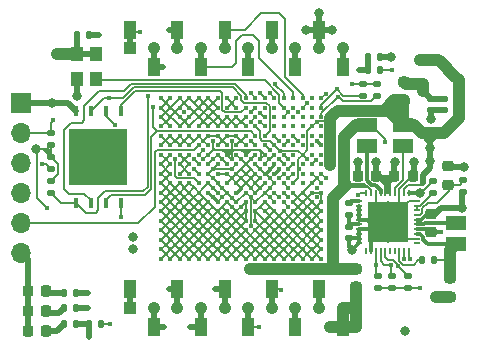
<source format=gtl>
%TF.GenerationSoftware,KiCad,Pcbnew,6.0.11+dfsg-1*%
%TF.CreationDate,2026-01-09T10:43:08-05:00*%
%TF.ProjectId,Deck_FPGA,4465636b-5f46-4504-9741-2e6b69636164,rev?*%
%TF.SameCoordinates,Original*%
%TF.FileFunction,Copper,L1,Top*%
%TF.FilePolarity,Positive*%
%FSLAX46Y46*%
G04 Gerber Fmt 4.6, Leading zero omitted, Abs format (unit mm)*
G04 Created by KiCad (PCBNEW 6.0.11+dfsg-1) date 2026-01-09 10:43:08*
%MOMM*%
%LPD*%
G01*
G04 APERTURE LIST*
G04 Aperture macros list*
%AMRoundRect*
0 Rectangle with rounded corners*
0 $1 Rounding radius*
0 $2 $3 $4 $5 $6 $7 $8 $9 X,Y pos of 4 corners*
0 Add a 4 corners polygon primitive as box body*
4,1,4,$2,$3,$4,$5,$6,$7,$8,$9,$2,$3,0*
0 Add four circle primitives for the rounded corners*
1,1,$1+$1,$2,$3*
1,1,$1+$1,$4,$5*
1,1,$1+$1,$6,$7*
1,1,$1+$1,$8,$9*
0 Add four rect primitives between the rounded corners*
20,1,$1+$1,$2,$3,$4,$5,0*
20,1,$1+$1,$4,$5,$6,$7,0*
20,1,$1+$1,$6,$7,$8,$9,0*
20,1,$1+$1,$8,$9,$2,$3,0*%
G04 Aperture macros list end*
%TA.AperFunction,SMDPad,CuDef*%
%ADD10RoundRect,0.135000X0.185000X-0.135000X0.185000X0.135000X-0.185000X0.135000X-0.185000X-0.135000X0*%
%TD*%
%TA.AperFunction,SMDPad,CuDef*%
%ADD11R,1.803400X1.143000*%
%TD*%
%TA.AperFunction,SMDPad,CuDef*%
%ADD12RoundRect,0.140000X-0.140000X-0.170000X0.140000X-0.170000X0.140000X0.170000X-0.140000X0.170000X0*%
%TD*%
%TA.AperFunction,SMDPad,CuDef*%
%ADD13RoundRect,0.140000X0.170000X-0.140000X0.170000X0.140000X-0.170000X0.140000X-0.170000X-0.140000X0*%
%TD*%
%TA.AperFunction,SMDPad,CuDef*%
%ADD14RoundRect,0.135000X0.135000X0.185000X-0.135000X0.185000X-0.135000X-0.185000X0.135000X-0.185000X0*%
%TD*%
%TA.AperFunction,SMDPad,CuDef*%
%ADD15RoundRect,0.225000X0.250000X-0.225000X0.250000X0.225000X-0.250000X0.225000X-0.250000X-0.225000X0*%
%TD*%
%TA.AperFunction,SMDPad,CuDef*%
%ADD16R,1.100000X1.300000*%
%TD*%
%TA.AperFunction,SMDPad,CuDef*%
%ADD17RoundRect,0.225000X-0.250000X0.225000X-0.250000X-0.225000X0.250000X-0.225000X0.250000X0.225000X0*%
%TD*%
%TA.AperFunction,SMDPad,CuDef*%
%ADD18RoundRect,0.225000X-0.225000X-0.250000X0.225000X-0.250000X0.225000X0.250000X-0.225000X0.250000X0*%
%TD*%
%TA.AperFunction,ComponentPad*%
%ADD19R,1.700000X1.700000*%
%TD*%
%TA.AperFunction,ComponentPad*%
%ADD20O,1.700000X1.700000*%
%TD*%
%TA.AperFunction,SMDPad,CuDef*%
%ADD21RoundRect,0.218750X-0.218750X-0.256250X0.218750X-0.256250X0.218750X0.256250X-0.218750X0.256250X0*%
%TD*%
%TA.AperFunction,SMDPad,CuDef*%
%ADD22RoundRect,0.135000X-0.185000X0.135000X-0.185000X-0.135000X0.185000X-0.135000X0.185000X0.135000X0*%
%TD*%
%TA.AperFunction,SMDPad,CuDef*%
%ADD23O,0.200000X0.599999*%
%TD*%
%TA.AperFunction,SMDPad,CuDef*%
%ADD24O,0.599999X0.200000*%
%TD*%
%TA.AperFunction,SMDPad,CuDef*%
%ADD25R,3.500001X3.500001*%
%TD*%
%TA.AperFunction,ComponentPad*%
%ADD26C,0.499999*%
%TD*%
%TA.AperFunction,SMDPad,CuDef*%
%ADD27C,1.050000*%
%TD*%
%TA.AperFunction,ComponentPad*%
%ADD28R,1.050000X1.050000*%
%TD*%
%TA.AperFunction,SMDPad,CuDef*%
%ADD29R,1.000000X1.600000*%
%TD*%
%TA.AperFunction,ComponentPad*%
%ADD30C,1.050000*%
%TD*%
%TA.AperFunction,SMDPad,CuDef*%
%ADD31RoundRect,0.140000X-0.170000X0.140000X-0.170000X-0.140000X0.170000X-0.140000X0.170000X0.140000X0*%
%TD*%
%TA.AperFunction,SMDPad,CuDef*%
%ADD32RoundRect,0.135000X-0.135000X-0.185000X0.135000X-0.185000X0.135000X0.185000X-0.135000X0.185000X0*%
%TD*%
%TA.AperFunction,SMDPad,CuDef*%
%ADD33RoundRect,0.225000X0.225000X0.250000X-0.225000X0.250000X-0.225000X-0.250000X0.225000X-0.250000X0*%
%TD*%
%TA.AperFunction,SMDPad,CuDef*%
%ADD34R,0.406400X0.863600*%
%TD*%
%TA.AperFunction,SMDPad,CuDef*%
%ADD35R,4.902200X4.749800*%
%TD*%
%TA.AperFunction,SMDPad,CuDef*%
%ADD36C,0.400000*%
%TD*%
%TA.AperFunction,ViaPad*%
%ADD37C,0.400000*%
%TD*%
%TA.AperFunction,ViaPad*%
%ADD38C,0.800000*%
%TD*%
%TA.AperFunction,Conductor*%
%ADD39C,0.300000*%
%TD*%
%TA.AperFunction,Conductor*%
%ADD40C,0.500000*%
%TD*%
%TA.AperFunction,Conductor*%
%ADD41C,0.200000*%
%TD*%
%TA.AperFunction,Conductor*%
%ADD42C,1.000000*%
%TD*%
%TA.AperFunction,Conductor*%
%ADD43C,0.250000*%
%TD*%
%TA.AperFunction,Conductor*%
%ADD44C,0.400000*%
%TD*%
G04 APERTURE END LIST*
D10*
%TO.P,R26,1*%
%TO.N,VBUS*%
X119200000Y-112160000D03*
%TO.P,R26,2*%
%TO.N,/VCC*%
X119200000Y-111140000D03*
%TD*%
D11*
%TO.P,L2,1,1*%
%TO.N,+1V8*%
X118600000Y-116589000D03*
%TO.P,L2,2,2*%
%TO.N,/L2*%
X118600000Y-114811000D03*
%TD*%
D12*
%TO.P,C29,1*%
%TO.N,+3V3*%
X86520000Y-98900000D03*
%TO.P,C29,2*%
%TO.N,GND*%
X87480000Y-98900000D03*
%TD*%
D13*
%TO.P,C1,1*%
%TO.N,+1V8*%
X117600000Y-105230000D03*
%TO.P,C1,2*%
%TO.N,GND*%
X117600000Y-104270000D03*
%TD*%
D11*
%TO.P,L1,1,1*%
%TO.N,+1V0*%
X111050000Y-106461000D03*
%TO.P,L1,2,2*%
%TO.N,/L1*%
X111050000Y-108239000D03*
%TD*%
D14*
%TO.P,R22,1*%
%TO.N,/LED_1*%
X86410000Y-122000000D03*
%TO.P,R22,2*%
%TO.N,/LED_1_*%
X85390000Y-122000000D03*
%TD*%
D10*
%TO.P,R20,1*%
%TO.N,VBUS*%
X113200000Y-120310000D03*
%TO.P,R20,2*%
%TO.N,/En_1V8*%
X113200000Y-119290000D03*
%TD*%
D15*
%TO.P,C28,1*%
%TO.N,+3V3*%
X114150000Y-104425000D03*
%TO.P,C28,2*%
%TO.N,GND*%
X114150000Y-102875000D03*
%TD*%
D16*
%TO.P,X1,1,EN*%
%TO.N,+3V3*%
X86475000Y-100450000D03*
%TO.P,X1,2,GND*%
%TO.N,GND*%
X86475000Y-102550000D03*
%TO.P,X1,3,OUT*%
%TO.N,/CLK100MHZ*%
X88125000Y-102550000D03*
%TO.P,X1,4,Vdd*%
%TO.N,+3V3*%
X88125000Y-100450000D03*
%TD*%
D17*
%TO.P,C27,1*%
%TO.N,+1V8*%
X118100000Y-119475000D03*
%TO.P,C27,2*%
%TO.N,GND*%
X118100000Y-121025000D03*
%TD*%
D10*
%TO.P,R15,1*%
%TO.N,/SDAT_PWR*%
X111900000Y-104010000D03*
%TO.P,R15,2*%
%TO.N,+3V3*%
X111900000Y-102990000D03*
%TD*%
D18*
%TO.P,C25,1*%
%TO.N,VBUS*%
X113375000Y-110800000D03*
%TO.P,C25,2*%
%TO.N,GND*%
X114925000Y-110800000D03*
%TD*%
D19*
%TO.P,J3,1,Pin_1*%
%TO.N,+3V3*%
X81800000Y-104650000D03*
D20*
%TO.P,J3,2,Pin_2*%
%TO.N,/TMS*%
X81800000Y-107190000D03*
%TO.P,J3,3,Pin_3*%
%TO.N,/TDI*%
X81800000Y-109730000D03*
%TO.P,J3,4,Pin_4*%
%TO.N,/TCK*%
X81800000Y-112270000D03*
%TO.P,J3,5,Pin_5*%
%TO.N,/TDO*%
X81800000Y-114810000D03*
%TO.P,J3,6,Pin_6*%
%TO.N,GND*%
X81800000Y-117350000D03*
%TD*%
D21*
%TO.P,D1,1,K*%
%TO.N,GND*%
X82312500Y-123900000D03*
%TO.P,D1,2,A*%
%TO.N,/PROGR_LED*%
X83887500Y-123900000D03*
%TD*%
D17*
%TO.P,C32,1*%
%TO.N,VBUS*%
X116500000Y-113975000D03*
%TO.P,C32,2*%
%TO.N,GND*%
X116500000Y-115525000D03*
%TD*%
D22*
%TO.P,R16,1*%
%TO.N,+3V3*%
X84300000Y-111190000D03*
%TO.P,R16,2*%
%TO.N,/NCS*%
X84300000Y-112210000D03*
%TD*%
D13*
%TO.P,C3,1*%
%TO.N,+1V8*%
X116450000Y-105230000D03*
%TO.P,C3,2*%
%TO.N,GND*%
X116450000Y-104270000D03*
%TD*%
D23*
%TO.P,U2,1,DEFDCDC3*%
%TO.N,VBUS*%
X114599998Y-112250000D03*
%TO.P,U2,2,VDCDC3*%
%TO.N,+3V3*%
X114199999Y-112250000D03*
%TO.P,U2,3,PGND3*%
%TO.N,GND*%
X113799998Y-112250000D03*
%TO.P,U2,4,L3*%
%TO.N,/L3*%
X113399998Y-112250000D03*
%TO.P,U2,5,VINDCDC3*%
%TO.N,VBUS*%
X112999999Y-112250000D03*
%TO.P,U2,6,VINDCDC1*%
X112599997Y-112250000D03*
%TO.P,U2,7,L1*%
%TO.N,/L1*%
X112199998Y-112250000D03*
%TO.P,U2,8,PGND1*%
%TO.N,GND*%
X111799999Y-112250000D03*
%TO.P,U2,9,VDCDC1*%
%TO.N,+1V0*%
X111399997Y-112250000D03*
%TO.P,U2,10,DEFDCDC1*%
%TO.N,/DEFDCDC1*%
X110999998Y-112250000D03*
D24*
%TO.P,U2,11,HOT_RESET_N*%
%TO.N,/HOT_RESET_N*%
X110349997Y-112900001D03*
%TO.P,U2,12,DEFLD01*%
%TO.N,GND*%
X110349997Y-113300000D03*
%TO.P,U2,13,DEFLD02*%
X110349997Y-113700002D03*
%TO.P,U2,14,VSYSIN*%
X110349997Y-114100001D03*
%TO.P,U2,15,VBACKUP*%
X110349997Y-114500000D03*
%TO.P,U2,16,VRTC*%
%TO.N,/VRTC*%
X110349997Y-114900002D03*
%TO.P,U2,17,AGND2*%
%TO.N,GND*%
X110349997Y-115300001D03*
%TO.P,U2,18,VLDO2*%
X110349997Y-115700001D03*
%TO.P,U2,19,VINLDO*%
X110349997Y-116100002D03*
%TO.P,U2,20,VLDO1*%
X110349997Y-116500001D03*
D23*
%TO.P,U2,21,LOW_BAT_N*%
%TO.N,unconnected-(U2-Pad21)*%
X110999998Y-117150000D03*
%TO.P,U2,22,LDO_EN*%
%TO.N,GND*%
X111399997Y-117150000D03*
%TO.P,U2,23,DCDC3_EN*%
%TO.N,/En_3V3*%
X111799999Y-117150000D03*
%TO.P,U2,24,DCDC2_EN*%
%TO.N,/En_1V8*%
X112199998Y-117150000D03*
%TO.P,U2,25,DCDC1_EN*%
%TO.N,/En_1V*%
X112599997Y-117150000D03*
%TO.P,U2,26,TRESPWRON*%
%TO.N,unconnected-(U2-Pad26)*%
X112999999Y-117150000D03*
%TO.P,U2,27,RESPWRON_N*%
%TO.N,unconnected-(U2-Pad27)*%
X113399998Y-117150000D03*
%TO.P,U2,28,INT_N*%
%TO.N,/INT_N*%
X113799998Y-117150000D03*
%TO.P,U2,29,SDAT*%
%TO.N,/SDAT_PWR*%
X114199999Y-117150000D03*
%TO.P,U2,30,SCLK*%
%TO.N,/SCLK_PWR*%
X114599998Y-117150000D03*
D24*
%TO.P,U2,31,PWRFAIL_N*%
%TO.N,unconnected-(U2-Pad31)*%
X115249997Y-116500001D03*
%TO.P,U2,32,DEFDCDC2*%
%TO.N,GND*%
X115249997Y-116100002D03*
%TO.P,U2,33,VDCDC2*%
%TO.N,+1V8*%
X115249997Y-115700001D03*
%TO.P,U2,34,PGND2*%
%TO.N,GND*%
X115249997Y-115300001D03*
%TO.P,U2,35,L2*%
%TO.N,/L2*%
X115249997Y-114900002D03*
%TO.P,U2,36,VINDCDC2*%
%TO.N,VBUS*%
X115249997Y-114500000D03*
%TO.P,U2,37,VCC*%
%TO.N,/VCC*%
X115249997Y-114100001D03*
%TO.P,U2,38,PWRFAIL_SNS*%
%TO.N,/PWRFAIL_SNS*%
X115249997Y-113700002D03*
%TO.P,U2,39,LOWBAT_SNS*%
X115249997Y-113300000D03*
%TO.P,U2,40,AGND1*%
%TO.N,GND*%
X115249997Y-112900001D03*
D25*
%TO.P,U2,41,PAD*%
X112800000Y-114700000D03*
D26*
X114299997Y-114700000D03*
X112800000Y-114700000D03*
X112800000Y-113200000D03*
X111299997Y-114700000D03*
X112800000Y-116200000D03*
%TD*%
D27*
%TO.P,J1,1,Pin_1*%
%TO.N,unconnected-(J1-Pad1)*%
X91000000Y-122000000D03*
D28*
X91000000Y-122000000D03*
D29*
X91000000Y-120400000D03*
D27*
%TO.P,J1,2,Pin_2*%
%TO.N,/RX1*%
X93000000Y-122000000D03*
D29*
X93000000Y-123600000D03*
D30*
X93000000Y-122000000D03*
%TO.P,J1,3,Pin_3*%
%TO.N,/TX1*%
X95000000Y-122000000D03*
D29*
X95000000Y-120400000D03*
D27*
X95000000Y-122000000D03*
D29*
%TO.P,J1,4,Pin_4*%
%TO.N,/SDA*%
X97000000Y-123600000D03*
D30*
X97000000Y-122000000D03*
D27*
X97000000Y-122000000D03*
%TO.P,J1,5,Pin_5*%
%TO.N,/SCL*%
X99000000Y-122000000D03*
D30*
X99000000Y-122000000D03*
D29*
X99000000Y-120400000D03*
D27*
%TO.P,J1,6,Pin_6*%
%TO.N,/IO1*%
X101000000Y-122000000D03*
D29*
X101000000Y-123600000D03*
D30*
X101000000Y-122000000D03*
D29*
%TO.P,J1,7,Pin_7*%
%TO.N,/IO2*%
X103000000Y-120400000D03*
D30*
X103000000Y-122000000D03*
D27*
X103000000Y-122000000D03*
D29*
%TO.P,J1,8,Pin_8*%
%TO.N,unconnected-(J1-Pad8)*%
X105000000Y-123600000D03*
D30*
X105000000Y-122000000D03*
D27*
X105000000Y-122000000D03*
D29*
%TO.P,J1,9,Pin_9*%
%TO.N,unconnected-(J1-Pad9)*%
X107000000Y-120400000D03*
D27*
X107000000Y-122000000D03*
D30*
X107000000Y-122000000D03*
D29*
%TO.P,J1,10,Pin_10*%
%TO.N,GND*%
X109000000Y-123600000D03*
D27*
X109000000Y-122000000D03*
D30*
X109000000Y-122000000D03*
%TD*%
D31*
%TO.P,C23,1*%
%TO.N,/VRTC*%
X109500000Y-115120000D03*
%TO.P,C23,2*%
%TO.N,GND*%
X109500000Y-116080000D03*
%TD*%
D10*
%TO.P,R10,1*%
%TO.N,/VRTC*%
X109510000Y-114110000D03*
%TO.P,R10,2*%
%TO.N,/HOT_RESET_N*%
X109510000Y-113090000D03*
%TD*%
%TO.P,R9,1*%
%TO.N,/PWRFAIL_SNS*%
X116650000Y-112260000D03*
%TO.P,R9,2*%
%TO.N,VBUS*%
X116650000Y-111240000D03*
%TD*%
D17*
%TO.P,C26,1*%
%TO.N,+1V0*%
X110100000Y-118675000D03*
%TO.P,C26,2*%
%TO.N,GND*%
X110100000Y-120225000D03*
%TD*%
D10*
%TO.P,R18,1*%
%TO.N,VBUS*%
X114500000Y-120310000D03*
%TO.P,R18,2*%
%TO.N,/En_1V*%
X114500000Y-119290000D03*
%TD*%
D22*
%TO.P,R17,1*%
%TO.N,+3V3*%
X84300000Y-109190000D03*
%TO.P,R17,2*%
%TO.N,/TDI*%
X84300000Y-110210000D03*
%TD*%
D28*
%TO.P,J2,1,Pin_1*%
%TO.N,/TX2*%
X91000000Y-100000000D03*
D29*
X91000000Y-98400000D03*
D27*
X91000000Y-100000000D03*
D29*
%TO.P,J2,2,Pin_2*%
%TO.N,/RX2*%
X93000000Y-101600000D03*
D27*
X93000000Y-100000000D03*
D30*
X93000000Y-100000000D03*
D29*
%TO.P,J2,3,Pin_3*%
%TO.N,/SCK*%
X95000000Y-98400000D03*
D30*
X95000000Y-100000000D03*
D27*
X95000000Y-100000000D03*
D30*
%TO.P,J2,4,Pin_4*%
%TO.N,/MISO*%
X97000000Y-100000000D03*
D29*
X97000000Y-101600000D03*
D27*
X97000000Y-100000000D03*
D29*
%TO.P,J2,5,Pin_5*%
%TO.N,/MOSI*%
X99000000Y-98400000D03*
D30*
X99000000Y-100000000D03*
D27*
X99000000Y-100000000D03*
%TO.P,J2,6,Pin_6*%
%TO.N,unconnected-(J2-Pad6)*%
X101000000Y-100000000D03*
D29*
X101000000Y-101600000D03*
D30*
X101000000Y-100000000D03*
D29*
%TO.P,J2,7,Pin_7*%
%TO.N,unconnected-(J2-Pad7)*%
X103000000Y-98400000D03*
D27*
X103000000Y-100000000D03*
D30*
X103000000Y-100000000D03*
%TO.P,J2,8,Pin_8*%
%TO.N,unconnected-(J2-Pad8)*%
X105000000Y-100000000D03*
D29*
X105000000Y-101600000D03*
D27*
X105000000Y-100000000D03*
D29*
%TO.P,J2,9,Pin_9*%
%TO.N,VBUS*%
X107000000Y-98400000D03*
D27*
X107000000Y-100000000D03*
D30*
X107000000Y-100000000D03*
D27*
%TO.P,J2,10,Pin_10*%
%TO.N,unconnected-(J2-Pad10)*%
X109000000Y-100000000D03*
D29*
X109000000Y-101600000D03*
D30*
X109000000Y-100000000D03*
%TD*%
D32*
%TO.P,R13,1*%
%TO.N,/INT_N*%
X115740000Y-117950000D03*
%TO.P,R13,2*%
%TO.N,+1V8*%
X116760000Y-117950000D03*
%TD*%
D14*
%TO.P,R7,1*%
%TO.N,+3V3*%
X88510000Y-123300000D03*
%TO.P,R7,2*%
%TO.N,/DONE*%
X87490000Y-123300000D03*
%TD*%
D33*
%TO.P,C22,1*%
%TO.N,VBUS*%
X111825000Y-110800000D03*
%TO.P,C22,2*%
%TO.N,GND*%
X110275000Y-110800000D03*
%TD*%
D10*
%TO.P,R19,1*%
%TO.N,+3V3*%
X84300000Y-108210000D03*
%TO.P,R19,2*%
%TO.N,/TMS*%
X84300000Y-107190000D03*
%TD*%
D21*
%TO.P,D3,1,K*%
%TO.N,GND*%
X82312500Y-120500000D03*
%TO.P,D3,2,A*%
%TO.N,/LED_2_*%
X83887500Y-120500000D03*
%TD*%
D10*
%TO.P,R21,1*%
%TO.N,VBUS*%
X112000000Y-120310000D03*
%TO.P,R21,2*%
%TO.N,/En_3V3*%
X112000000Y-119290000D03*
%TD*%
D21*
%TO.P,D2,1,K*%
%TO.N,GND*%
X82312500Y-122200000D03*
%TO.P,D2,2,A*%
%TO.N,/LED_1_*%
X83887500Y-122200000D03*
%TD*%
D14*
%TO.P,R12,1*%
%TO.N,GND*%
X112160000Y-100700000D03*
%TO.P,R12,2*%
%TO.N,/DEFDCDC1*%
X111140000Y-100700000D03*
%TD*%
D32*
%TO.P,R11,1*%
%TO.N,/DEFDCDC1*%
X111140000Y-101800000D03*
%TO.P,R11,2*%
%TO.N,+1V0*%
X112160000Y-101800000D03*
%TD*%
D14*
%TO.P,R8,1*%
%TO.N,/DONE*%
X86410000Y-123300000D03*
%TO.P,R8,2*%
%TO.N,/PROGR_LED*%
X85390000Y-123300000D03*
%TD*%
D11*
%TO.P,L3,1,1*%
%TO.N,+3V3*%
X114100000Y-106511000D03*
%TO.P,L3,2,2*%
%TO.N,/L3*%
X114100000Y-108289000D03*
%TD*%
D14*
%TO.P,R23,1*%
%TO.N,/LED_2*%
X86410000Y-120700000D03*
%TO.P,R23,2*%
%TO.N,/LED_2_*%
X85390000Y-120700000D03*
%TD*%
D34*
%TO.P,U3,1,\u002ACS*%
%TO.N,/NCS*%
X86395000Y-113073500D03*
%TO.P,U3,2,SO/IO1*%
%TO.N,/SIO1*%
X87665000Y-113073500D03*
%TO.P,U3,3,\u002AWP/IO2*%
%TO.N,/SIO2*%
X88935000Y-113073500D03*
%TO.P,U3,4,VSS*%
%TO.N,GND*%
X90205000Y-113073500D03*
%TO.P,U3,5,SI/IO0*%
%TO.N,/SIO0*%
X90205000Y-105326500D03*
%TO.P,U3,6,SCK*%
%TO.N,/CCLK*%
X88935000Y-105326500D03*
%TO.P,U3,7,\u002AHOLD/IO3*%
%TO.N,/SIO3*%
X87665000Y-105326500D03*
%TO.P,U3,8,VCC*%
%TO.N,+3V3*%
X86395000Y-105326500D03*
D35*
%TO.P,U3,9,EP*%
%TO.N,GND*%
X88300000Y-109200000D03*
%TD*%
D15*
%TO.P,C24,1*%
%TO.N,/VCC*%
X117950000Y-111525000D03*
%TO.P,C24,2*%
%TO.N,GND*%
X117950000Y-109975000D03*
%TD*%
D10*
%TO.P,R14,1*%
%TO.N,/SCLK_PWR*%
X110700000Y-104010000D03*
%TO.P,R14,2*%
%TO.N,+3V3*%
X110700000Y-102990000D03*
%TD*%
D36*
%TO.P,U1,A1,IO_L9N_T1_DQS_AD7N_35*%
%TO.N,GND*%
X93600000Y-117800000D03*
%TO.P,U1,A2,GND*%
X93600000Y-117000000D03*
%TO.P,U1,A3,IO_L8N_T1_AD14N_35*%
X93600000Y-116200000D03*
%TO.P,U1,A4,IO_L8P_T1_AD14P_35*%
X93600000Y-115400000D03*
%TO.P,U1,A5,IO_L3N_T0_DQS_AD5N_35*%
X93600000Y-114600000D03*
%TO.P,U1,A6,IO_L3P_T0_DQS_AD5P_35*%
X93600000Y-113800000D03*
%TO.P,U1,A7,VCCO_35*%
X93600000Y-113000000D03*
%TO.P,U1,A8,IO_L12N_T1_MRCC_16*%
X93600000Y-112200000D03*
%TO.P,U1,A9,IO_L14N_T2_SRCC_16*%
X93600000Y-111400000D03*
%TO.P,U1,A10,IO_L14P_T2_SRCC_16*%
X93600000Y-110600000D03*
%TO.P,U1,A11,IO_L4N_T0_15*%
X93600000Y-109800000D03*
%TO.P,U1,A12,GND*%
X93600000Y-109000000D03*
%TO.P,U1,A13,IO_L9P_T1_DQS_AD3P_15*%
X93600000Y-108200000D03*
%TO.P,U1,A14,IO_L9N_T1_DQS_AD3N_15*%
X93600000Y-107400000D03*
%TO.P,U1,A15,IO_L8P_T1_AD10P_15*%
X93600000Y-106600000D03*
%TO.P,U1,A16,IO_L8N_T1_AD10N_15*%
X93600000Y-105800000D03*
%TO.P,U1,A17,VCCO_15*%
X93600000Y-105000000D03*
%TO.P,U1,A18,IO_L10N_T1_AD11N_15*%
X93600000Y-104200000D03*
%TO.P,U1,B1,IO_L9P_T1_DQS_AD7P_35*%
X94400000Y-117800000D03*
%TO.P,U1,B2,IO_L10N_T1_AD15N_35*%
X94400000Y-117000000D03*
%TO.P,U1,B3,IO_L10P_T1_AD15P_35*%
X94400000Y-116200000D03*
%TO.P,U1,B4,IO_L7N_T1_AD6N_35*%
X94400000Y-115400000D03*
%TO.P,U1,B5,GND*%
X94400000Y-114600000D03*
%TO.P,U1,B6,IO_L2N_T0_AD12N_35*%
X94400000Y-113800000D03*
%TO.P,U1,B7,IO_L2P_T0_AD12P_35*%
X94400000Y-113000000D03*
%TO.P,U1,B8,IO_L12P_T1_MRCC_16*%
X94400000Y-112200000D03*
%TO.P,U1,B9,IO_L11N_T1_SRCC_16*%
X94400000Y-111400000D03*
%TO.P,U1,B10,VCCO_16*%
X94400000Y-110600000D03*
%TO.P,U1,B11,IO_L4P_T0_15*%
X94400000Y-109800000D03*
%TO.P,U1,B12,IO_L3N_T0_DQS_AD1N_15*%
X94400000Y-109000000D03*
%TO.P,U1,B13,IO_L2P_T0_AD8P_15*%
X94400000Y-108200000D03*
%TO.P,U1,B14,IO_L2N_T0_AD8N_15*%
X94400000Y-107400000D03*
%TO.P,U1,B15,GND*%
X94400000Y-106600000D03*
%TO.P,U1,B16,IO_L7P_T1_AD2P_15*%
X94400000Y-105800000D03*
%TO.P,U1,B17,IO_L7N_T1_AD2N_15*%
X94400000Y-105000000D03*
%TO.P,U1,B18,IO_L10P_T1_AD11P_15*%
X94400000Y-104200000D03*
%TO.P,U1,C1,IO_L16N_T2_35*%
X95200000Y-117800000D03*
%TO.P,U1,C2,IO_L16P_T2_35*%
X95200000Y-117000000D03*
%TO.P,U1,C3,VCCO_35*%
X95200000Y-116200000D03*
%TO.P,U1,C4,IO_L7P_T1_AD6P_35*%
X95200000Y-115400000D03*
%TO.P,U1,C5,IO_L1N_T0_AD4N_35*%
X95200000Y-114600000D03*
%TO.P,U1,C6,IO_L1P_T0_AD4P_35*%
X95200000Y-113800000D03*
%TO.P,U1,C7,IO_L4N_T0_35*%
X95200000Y-113000000D03*
%TO.P,U1,C8,GND*%
X95200000Y-112200000D03*
%TO.P,U1,C9,IO_L11P_T1_SRCC_16*%
X95200000Y-111400000D03*
%TO.P,U1,C10,IO_L13N_T2_MRCC_16*%
X95200000Y-110600000D03*
%TO.P,U1,C11,IO_L13P_T2_MRCC_16*%
X95200000Y-109800000D03*
%TO.P,U1,C12,IO_L3P_T0_DQS_AD1P_15*%
X95200000Y-109000000D03*
%TO.P,U1,C13,VCCO_15*%
X95200000Y-108200000D03*
%TO.P,U1,C14,IO_L1N_T0_AD0N_15*%
X95200000Y-107400000D03*
%TO.P,U1,C15,IO_L12N_T1_MRCC_15*%
X95200000Y-106600000D03*
%TO.P,U1,C16,IO_L20P_T3_A20_15*%
X95200000Y-105800000D03*
%TO.P,U1,C17,IO_L20N_T3_A19_15*%
X95200000Y-105000000D03*
%TO.P,U1,C18,GND*%
X95200000Y-104200000D03*
%TO.P,U1,D1,GND*%
X96000000Y-117800000D03*
%TO.P,U1,D2,IO_L14N_T2_SRCC_35*%
X96000000Y-117000000D03*
%TO.P,U1,D3,IO_L12N_T1_MRCC_35*%
X96000000Y-116200000D03*
%TO.P,U1,D4,IO_L11N_T1_SRCC_35*%
X96000000Y-115400000D03*
%TO.P,U1,D5,IO_L11P_T1_SRCC_35*%
X96000000Y-114600000D03*
%TO.P,U1,D6,VCCO_35*%
X96000000Y-113800000D03*
%TO.P,U1,D7,IO_L6N_T0_VREF_35*%
X96000000Y-113000000D03*
%TO.P,U1,D8,IO_L4P_T0_35*%
X96000000Y-112200000D03*
%TO.P,U1,D9,IO_L6N_T0_VREF_16*%
X96000000Y-111400000D03*
%TO.P,U1,D10,IO_L19N_T3_VREF_16*%
X96000000Y-110600000D03*
%TO.P,U1,D11,GND*%
X96000000Y-109800000D03*
%TO.P,U1,D12,IO_L6P_T0_15*%
X96000000Y-109000000D03*
%TO.P,U1,D13,IO_L6N_T0_VREF_15*%
X96000000Y-108200000D03*
%TO.P,U1,D14,IO_L1P_T0_AD0P_15*%
X96000000Y-107400000D03*
%TO.P,U1,D15,IO_L12P_T1_MRCC_15*%
X96000000Y-106600000D03*
%TO.P,U1,D16,VCCO_15*%
X96000000Y-105800000D03*
%TO.P,U1,D17,IO_L16N_T2_A27_15*%
X96000000Y-105000000D03*
%TO.P,U1,D18,IO_L21N_T3_DQS_A18_15*%
X96000000Y-104200000D03*
%TO.P,U1,E1,IO_L18N_T2_35*%
X96800000Y-117800000D03*
%TO.P,U1,E2,IO_L14P_T2_SRCC_35*%
X96800000Y-117000000D03*
%TO.P,U1,E3,IO_L12P_T1_MRCC_35*%
X96800000Y-116200000D03*
%TO.P,U1,E4,GND*%
X96800000Y-115400000D03*
%TO.P,U1,E5,IO_L5N_T0_AD13N_35*%
X96800000Y-114600000D03*
%TO.P,U1,E6,IO_L5P_T0_AD13P_35*%
X96800000Y-113800000D03*
%TO.P,U1,E7,IO_L6P_T0_35*%
X96800000Y-113000000D03*
%TO.P,U1,E8,VCCBATT_0*%
X96800000Y-112200000D03*
%TO.P,U1,E9,CCLK_0*%
%TO.N,/CCLK*%
X96800000Y-111400000D03*
%TO.P,U1,E10,TCK_0*%
%TO.N,/TCK*%
X96800000Y-110600000D03*
%TO.P,U1,E11,TDI_0*%
%TO.N,/TDI*%
X96800000Y-109800000D03*
%TO.P,U1,E12,TMS_0*%
%TO.N,/TMS*%
X96800000Y-109000000D03*
%TO.P,U1,E13,TDO_0*%
%TO.N,/TDO*%
X96800000Y-108200000D03*
%TO.P,U1,E14,GND*%
%TO.N,GND*%
X96800000Y-107400000D03*
%TO.P,U1,E15,IO_L11P_T1_SRCC_15*%
X96800000Y-106600000D03*
%TO.P,U1,E16,IO_L11N_T1_SRCC_15*%
X96800000Y-105800000D03*
%TO.P,U1,E17,IO_L16P_T2_A28_15*%
X96800000Y-105000000D03*
%TO.P,U1,E18,IO_L21P_T3_DQS_15*%
X96800000Y-104200000D03*
%TO.P,U1,F1,IO_L18P_T2_35*%
X97600000Y-117800000D03*
%TO.P,U1,F2,VCCO_35*%
X97600000Y-117000000D03*
%TO.P,U1,F3,IO_L13N_T2_MRCC_35*%
X97600000Y-116200000D03*
%TO.P,U1,F4,IO_L13P_T2_MRCC_35*%
X97600000Y-115400000D03*
%TO.P,U1,F5,IO_0_35*%
X97600000Y-114600000D03*
%TO.P,U1,F6,IO_L19N_T3_VREF_35*%
X97600000Y-113800000D03*
%TO.P,U1,F7,GND*%
X97600000Y-113000000D03*
%TO.P,U1,F8,VCCINT*%
%TO.N,+1V0*%
X97600000Y-112200000D03*
%TO.P,U1,F9,GND*%
%TO.N,GND*%
X97600000Y-111400000D03*
%TO.P,U1,F10,VCCBRAM*%
%TO.N,+1V0*%
X97600000Y-110600000D03*
%TO.P,U1,F11,GND*%
%TO.N,GND*%
X97600000Y-109800000D03*
%TO.P,U1,F12,VCCAUX*%
%TO.N,+1V8*%
X97600000Y-109000000D03*
%TO.P,U1,F13,IO_L5P_T0_AD9P_15*%
%TO.N,GND*%
X97600000Y-108200000D03*
%TO.P,U1,F14,IO_L5N_T0_AD9N_15*%
X97600000Y-107400000D03*
%TO.P,U1,F15,IO_L14P_T2_SRCC_15*%
X97600000Y-106600000D03*
%TO.P,U1,F16,IO_L14N_T2_SRCC_15*%
X97600000Y-105800000D03*
%TO.P,U1,F17,GND*%
X97600000Y-105000000D03*
%TO.P,U1,F18,IO_L22N_T3_A16_15*%
X97600000Y-104200000D03*
%TO.P,U1,G1,IO_L17N_T2_35*%
X98400000Y-117800000D03*
%TO.P,U1,G2,IO_L15N_T2_DQS_35*%
X98400000Y-117000000D03*
%TO.P,U1,G3,IO_L20N_T3_35*%
X98400000Y-116200000D03*
%TO.P,U1,G4,IO_L20P_T3_35*%
X98400000Y-115400000D03*
%TO.P,U1,G5,VCCO_35*%
X98400000Y-114600000D03*
%TO.P,U1,G6,IO_L19P_T3_35*%
X98400000Y-113800000D03*
%TO.P,U1,G7,VCCINT*%
%TO.N,+1V0*%
X98400000Y-113000000D03*
%TO.P,U1,G8,GND*%
%TO.N,GND*%
X98400000Y-112200000D03*
%TO.P,U1,G9,VCCINT*%
%TO.N,+1V0*%
X98400000Y-111400000D03*
%TO.P,U1,G10,GND*%
%TO.N,GND*%
X98400000Y-110600000D03*
%TO.P,U1,G11,VCCBRAM*%
%TO.N,+1V0*%
X98400000Y-109800000D03*
%TO.P,U1,G12,GND*%
%TO.N,GND*%
X98400000Y-109000000D03*
%TO.P,U1,G13,IO_0_15*%
X98400000Y-108200000D03*
%TO.P,U1,G14,IO_L15N_T2_DQS_ADV_B_15*%
X98400000Y-107400000D03*
%TO.P,U1,G15,VCCO_15*%
X98400000Y-106600000D03*
%TO.P,U1,G16,IO_L13N_T2_MRCC_15*%
X98400000Y-105800000D03*
%TO.P,U1,G17,IO_L18N_T2_A23_15*%
X98400000Y-105000000D03*
%TO.P,U1,G18,IO_L22P_T3_A17_15*%
X98400000Y-104200000D03*
%TO.P,U1,H1,IO_L17P_T2_35*%
X99200000Y-117800000D03*
%TO.P,U1,H2,IO_L15P_T2_DQS_35*%
X99200000Y-117000000D03*
%TO.P,U1,H3,GND*%
X99200000Y-116200000D03*
%TO.P,U1,H4,IO_L21N_T3_DQS_35*%
X99200000Y-115400000D03*
%TO.P,U1,H5,IO_L24N_T3_35*%
X99200000Y-114600000D03*
%TO.P,U1,H6,IO_L24P_T3_35*%
X99200000Y-113800000D03*
%TO.P,U1,H7,GND*%
X99200000Y-113000000D03*
%TO.P,U1,H8,VCCINT*%
%TO.N,+1V0*%
X99200000Y-112200000D03*
%TO.P,U1,H9,GNDADC_0*%
%TO.N,GND*%
X99200000Y-111400000D03*
%TO.P,U1,H10,VCCADC_0*%
X99200000Y-110600000D03*
%TO.P,U1,H11,GND*%
X99200000Y-109800000D03*
%TO.P,U1,H12,VCCAUX*%
%TO.N,+1V8*%
X99200000Y-109000000D03*
%TO.P,U1,H13,GND*%
%TO.N,GND*%
X99200000Y-108200000D03*
%TO.P,U1,H14,IO_L15P_T2_DQS_15*%
X99200000Y-107400000D03*
%TO.P,U1,H15,IO_L19N_T3_A21_VREF_15*%
X99200000Y-106600000D03*
%TO.P,U1,H16,IO_L13P_T2_MRCC_15*%
X99200000Y-105800000D03*
%TO.P,U1,H17,IO_L18P_T2_A24_15*%
X99200000Y-105000000D03*
%TO.P,U1,H18,VCCO_15*%
X99200000Y-104200000D03*
%TO.P,U1,J1,VCCO_35*%
X100000000Y-117800000D03*
%TO.P,U1,J2,IO_L22N_T3_35*%
X100000000Y-117000000D03*
%TO.P,U1,J3,IO_L22P_T3_35*%
X100000000Y-116200000D03*
%TO.P,U1,J4,IO_L21P_T3_DQS_35*%
X100000000Y-115400000D03*
%TO.P,U1,J5,IO_25_35*%
X100000000Y-114600000D03*
%TO.P,U1,J6,GND*%
X100000000Y-113800000D03*
%TO.P,U1,J7,VCCINT*%
%TO.N,+1V0*%
X100000000Y-113000000D03*
%TO.P,U1,J8,GND*%
%TO.N,GND*%
X100000000Y-112200000D03*
%TO.P,U1,J9,VREFN_0*%
X100000000Y-111400000D03*
%TO.P,U1,J10,VP_0*%
X100000000Y-110600000D03*
%TO.P,U1,J11,VCCINT*%
%TO.N,+1V0*%
X100000000Y-109800000D03*
%TO.P,U1,J12,GND*%
%TO.N,GND*%
X100000000Y-109000000D03*
%TO.P,U1,J13,IO_L17N_T2_A25_15*%
X100000000Y-108200000D03*
%TO.P,U1,J14,IO_L19P_T3_A22_15*%
X100000000Y-107400000D03*
%TO.P,U1,J15,IO_L24N_T3_RS0_15*%
X100000000Y-106600000D03*
%TO.P,U1,J16,GND*%
X100000000Y-105800000D03*
%TO.P,U1,J17,IO_L23P_T3_FOE_B_15*%
X100000000Y-105000000D03*
%TO.P,U1,J18,IO_L23N_T3_FWE_B_15*%
X100000000Y-104200000D03*
%TO.P,U1,K1,IO_L23N_T3_35*%
X100800000Y-117800000D03*
%TO.P,U1,K2,IO_L23P_T3_35*%
X100800000Y-117000000D03*
%TO.P,U1,K3,IO_L2P_T0_34*%
X100800000Y-116200000D03*
%TO.P,U1,K4,VCCO_34*%
X100800000Y-115400000D03*
%TO.P,U1,K5,IO_L5P_T0_34*%
X100800000Y-114600000D03*
%TO.P,U1,K6,IO_0_34*%
X100800000Y-113800000D03*
%TO.P,U1,K7,GND*%
X100800000Y-113000000D03*
%TO.P,U1,K8,VCCINT*%
%TO.N,+1V0*%
X100800000Y-112200000D03*
%TO.P,U1,K9,VN_0*%
%TO.N,GND*%
X100800000Y-111400000D03*
%TO.P,U1,K10,VREFP_0*%
X100800000Y-110600000D03*
%TO.P,U1,K11,GND*%
X100800000Y-109800000D03*
%TO.P,U1,K12,VCCAUX*%
%TO.N,+1V8*%
X100800000Y-109000000D03*
%TO.P,U1,K13,IO_L17P_T2_A26_15*%
%TO.N,GND*%
X100800000Y-108200000D03*
%TO.P,U1,K14,VCCO_15*%
X100800000Y-107400000D03*
%TO.P,U1,K15,IO_L24P_T3_RS1_15*%
X100800000Y-106600000D03*
%TO.P,U1,K16,IO_25_15*%
X100800000Y-105800000D03*
%TO.P,U1,K17,IO_L1P_T0_D00_MOSI_14*%
%TO.N,/SIO0*%
X100800000Y-105000000D03*
%TO.P,U1,K18,IO_L1N_T0_D01_DIN_14*%
%TO.N,/SIO1*%
X100800000Y-104200000D03*
%TO.P,U1,L1,IO_L1P_T0_34*%
%TO.N,GND*%
X101600000Y-117800000D03*
%TO.P,U1,L2,GND*%
X101600000Y-117000000D03*
%TO.P,U1,L3,IO_L2N_T0_34*%
X101600000Y-116200000D03*
%TO.P,U1,L4,IO_L5N_T0_34*%
X101600000Y-115400000D03*
%TO.P,U1,L5,IO_L6N_T0_VREF_34*%
X101600000Y-114600000D03*
%TO.P,U1,L6,IO_L6P_T0_34*%
X101600000Y-113800000D03*
%TO.P,U1,L7,VCCINT*%
%TO.N,+1V0*%
X101600000Y-113000000D03*
%TO.P,U1,L8,GND*%
%TO.N,GND*%
X101600000Y-112200000D03*
%TO.P,U1,L9,DXN_0*%
X101600000Y-111400000D03*
%TO.P,U1,L10,DXP_0*%
X101600000Y-110600000D03*
%TO.P,U1,L11,VCCINT*%
%TO.N,+1V0*%
X101600000Y-109800000D03*
%TO.P,U1,L12,GND*%
%TO.N,GND*%
X101600000Y-109000000D03*
%TO.P,U1,L13,IO_L6P_T0_FCS_B_14*%
%TO.N,/NCS*%
X101600000Y-108200000D03*
%TO.P,U1,L14,IO_L2P_T0_D02_14*%
%TO.N,/SIO2*%
X101600000Y-107400000D03*
%TO.P,U1,L15,IO_L3P_T0_DQS_PUDC_B_14*%
%TO.N,+3V3*%
X101600000Y-106600000D03*
%TO.P,U1,L16,IO_L3N_T0_DQS_EMCCLK_14*%
%TO.N,/LED_1*%
X101600000Y-105800000D03*
%TO.P,U1,L17,VCCO_14*%
%TO.N,+3V3*%
X101600000Y-105000000D03*
%TO.P,U1,L18,IO_L4P_T0_D04_14*%
%TO.N,/TX2*%
X101600000Y-104200000D03*
%TO.P,U1,M1,IO_L1N_T0_34*%
%TO.N,GND*%
X102400000Y-117800000D03*
%TO.P,U1,M2,IO_L4N_T0_34*%
X102400000Y-117000000D03*
%TO.P,U1,M3,IO_L4P_T0_34*%
X102400000Y-116200000D03*
%TO.P,U1,M4,IO_L16P_T2_34*%
X102400000Y-115400000D03*
%TO.P,U1,M5,GND*%
X102400000Y-114600000D03*
%TO.P,U1,M6,IO_L18P_T2_34*%
X102400000Y-113800000D03*
%TO.P,U1,M7,GND*%
X102400000Y-113000000D03*
%TO.P,U1,M8,VCCINT*%
%TO.N,+1V0*%
X102400000Y-112200000D03*
%TO.P,U1,M9,GND*%
%TO.N,GND*%
X102400000Y-111400000D03*
%TO.P,U1,M10,VCCINT*%
%TO.N,+1V0*%
X102400000Y-110600000D03*
%TO.P,U1,M11,GND*%
%TO.N,GND*%
X102400000Y-109800000D03*
%TO.P,U1,M12,VCCAUX*%
%TO.N,+1V8*%
X102400000Y-109000000D03*
%TO.P,U1,M13,IO_L6N_T0_D08_VREF_14*%
%TO.N,/RX1*%
X102400000Y-108200000D03*
%TO.P,U1,M14,IO_L2N_T0_D03_14*%
%TO.N,/SIO3*%
X102400000Y-107400000D03*
%TO.P,U1,M15,GND*%
%TO.N,GND*%
X102400000Y-106600000D03*
%TO.P,U1,M16,IO_L10P_T1_D14_14*%
%TO.N,/LED_2*%
X102400000Y-105800000D03*
%TO.P,U1,M17,IO_L10N_T1_D15_14*%
%TO.N,unconnected-(U1-PadM17)*%
X102400000Y-105000000D03*
%TO.P,U1,M18,IO_L4N_T0_D05_14*%
%TO.N,/RX2*%
X102400000Y-104200000D03*
%TO.P,U1,N1,IO_L3N_T0_DQS_34*%
%TO.N,GND*%
X103200000Y-117800000D03*
%TO.P,U1,N2,IO_L3P_T0_DQS_34*%
X103200000Y-117000000D03*
%TO.P,U1,N3,VCCO_34*%
X103200000Y-116200000D03*
%TO.P,U1,N4,IO_L16N_T2_34*%
X103200000Y-115400000D03*
%TO.P,U1,N5,IO_L13P_T2_MRCC_34*%
X103200000Y-114600000D03*
%TO.P,U1,N6,IO_L18N_T2_34*%
X103200000Y-113800000D03*
%TO.P,U1,N7,VCCINT*%
%TO.N,+1V0*%
X103200000Y-113000000D03*
%TO.P,U1,N8,GND*%
%TO.N,GND*%
X103200000Y-112200000D03*
%TO.P,U1,N9,VCCINT*%
%TO.N,+1V0*%
X103200000Y-111400000D03*
%TO.P,U1,N10,GND*%
%TO.N,GND*%
X103200000Y-110600000D03*
%TO.P,U1,N11,VCCINT*%
%TO.N,+1V0*%
X103200000Y-109800000D03*
%TO.P,U1,N12,GND*%
%TO.N,GND*%
X103200000Y-109000000D03*
%TO.P,U1,N13,VCCO_14*%
%TO.N,+3V3*%
X103200000Y-108200000D03*
%TO.P,U1,N14,IO_L8P_T1_D11_14*%
%TO.N,/TX1*%
X103200000Y-107400000D03*
%TO.P,U1,N15,IO_L11P_T1_SRCC_14*%
%TO.N,unconnected-(U1-PadN15)*%
X103200000Y-106600000D03*
%TO.P,U1,N16,IO_L11N_T1_SRCC_14*%
%TO.N,unconnected-(U1-PadN16)*%
X103200000Y-105800000D03*
%TO.P,U1,N17,IO_L9P_T1_DQS_14*%
%TO.N,unconnected-(U1-PadN17)*%
X103200000Y-105000000D03*
%TO.P,U1,N18,GND*%
%TO.N,GND*%
X103200000Y-104200000D03*
%TO.P,U1,P1,GND*%
X104000000Y-117800000D03*
%TO.P,U1,P2,IO_L15P_T2_DQS_34*%
X104000000Y-117000000D03*
%TO.P,U1,P3,IO_L14N_T2_SRCC_34*%
X104000000Y-116200000D03*
%TO.P,U1,P4,IO_L14P_T2_SRCC_34*%
X104000000Y-115400000D03*
%TO.P,U1,P5,IO_L13N_T2_MRCC_34*%
X104000000Y-114600000D03*
%TO.P,U1,P6,VCCO_34*%
X104000000Y-113800000D03*
%TO.P,U1,P7,INIT_B_0*%
%TO.N,/INIT_B*%
X104000000Y-113000000D03*
%TO.P,U1,P8,CFGBVS_0*%
%TO.N,/CFGBVS*%
X104000000Y-112200000D03*
%TO.P,U1,P9,PROGRAM_B_0*%
%TO.N,/PROGRAM_B*%
X104000000Y-111400000D03*
%TO.P,U1,P10,DONE_0*%
%TO.N,/DONE*%
X104000000Y-110600000D03*
%TO.P,U1,P11,M2_0*%
%TO.N,/M2*%
X104000000Y-109800000D03*
%TO.P,U1,P12,M0_0*%
%TO.N,/M0*%
X104000000Y-109000000D03*
%TO.P,U1,P13,M1_0*%
%TO.N,/M1*%
X104000000Y-108200000D03*
%TO.P,U1,P14,IO_L8N_T1_D12_14*%
%TO.N,unconnected-(U1-PadP14)*%
X104000000Y-107400000D03*
%TO.P,U1,P15,IO_L13P_T2_MRCC_14*%
%TO.N,unconnected-(U1-PadP15)*%
X104000000Y-106600000D03*
%TO.P,U1,P16,VCCO_14*%
%TO.N,+3V3*%
X104000000Y-105800000D03*
%TO.P,U1,P17,IO_L12P_T1_MRCC_14*%
%TO.N,/CLK100MHZ*%
X104000000Y-105000000D03*
%TO.P,U1,P18,IO_L9N_T1_DQS_D13_14*%
%TO.N,/SCK*%
X104000000Y-104200000D03*
%TO.P,U1,R1,IO_L17P_T2_34*%
%TO.N,GND*%
X104800000Y-117800000D03*
%TO.P,U1,R2,IO_L15N_T2_DQS_34*%
X104800000Y-117000000D03*
%TO.P,U1,R3,IO_L11P_T1_SRCC_34*%
X104800000Y-116200000D03*
%TO.P,U1,R4,GND*%
X104800000Y-115400000D03*
%TO.P,U1,R5,IO_L19N_T3_VREF_34*%
X104800000Y-114600000D03*
%TO.P,U1,R6,IO_L19P_T3_34*%
X104800000Y-113800000D03*
%TO.P,U1,R7,IO_L23P_T3_34*%
X104800000Y-113000000D03*
%TO.P,U1,R8,IO_L24P_T3_34*%
X104800000Y-112200000D03*
%TO.P,U1,R9,VCCO_0*%
%TO.N,+3V3*%
X104800000Y-111400000D03*
%TO.P,U1,R10,IO_25_14*%
%TO.N,/SCL*%
X104800000Y-110600000D03*
%TO.P,U1,R11,IO_0_14*%
%TO.N,/SDA*%
X104800000Y-109800000D03*
%TO.P,U1,R12,IO_L5P_T0_D06_14*%
%TO.N,unconnected-(U1-PadR12)*%
X104800000Y-109000000D03*
%TO.P,U1,R13,IO_L5N_T0_D07_14*%
%TO.N,unconnected-(U1-PadR13)*%
X104800000Y-108200000D03*
%TO.P,U1,R14,GND*%
%TO.N,GND*%
X104800000Y-107400000D03*
%TO.P,U1,R15,IO_L13N_T2_MRCC_14*%
%TO.N,unconnected-(U1-PadR15)*%
X104800000Y-106600000D03*
%TO.P,U1,R16,IO_L15P_T2_DQS_RDWR_B_14*%
%TO.N,unconnected-(U1-PadR16)*%
X104800000Y-105800000D03*
%TO.P,U1,R17,IO_L12N_T1_MRCC_14*%
%TO.N,unconnected-(U1-PadR17)*%
X104800000Y-105000000D03*
%TO.P,U1,R18,IO_L7P_T1_D09_14*%
%TO.N,/MISO*%
X104800000Y-104200000D03*
%TO.P,U1,T1,IO_L17N_T2_34*%
%TO.N,GND*%
X105600000Y-117800000D03*
%TO.P,U1,T2,VCCO_34*%
X105600000Y-117000000D03*
%TO.P,U1,T3,IO_L11N_T1_SRCC_34*%
X105600000Y-116200000D03*
%TO.P,U1,T4,IO_L12N_T1_MRCC_34*%
X105600000Y-115400000D03*
%TO.P,U1,T5,IO_L12P_T1_MRCC_34*%
X105600000Y-114600000D03*
%TO.P,U1,T6,IO_L23N_T3_34*%
X105600000Y-113800000D03*
%TO.P,U1,T7,GND*%
X105600000Y-113000000D03*
%TO.P,U1,T8,IO_L24N_T3_34*%
X105600000Y-112200000D03*
%TO.P,U1,T9,IO_L24P_T3_A01_D17_14*%
%TO.N,unconnected-(U1-PadT9)*%
X105600000Y-111400000D03*
%TO.P,U1,T10,IO_L24N_T3_A00_D16_14*%
%TO.N,unconnected-(U1-PadT10)*%
X105600000Y-110600000D03*
%TO.P,U1,T11,IO_L19P_T3_A10_D26_14*%
%TO.N,unconnected-(U1-PadT11)*%
X105600000Y-109800000D03*
%TO.P,U1,T12,VCCO_14*%
%TO.N,+3V3*%
X105600000Y-109000000D03*
%TO.P,U1,T13,IO_L23P_T3_A03_D19_14*%
%TO.N,unconnected-(U1-PadT13)*%
X105600000Y-108200000D03*
%TO.P,U1,T14,IO_L14P_T2_SRCC_14*%
%TO.N,unconnected-(U1-PadT14)*%
X105600000Y-107400000D03*
%TO.P,U1,T15,IO_L14N_T2_SRCC_14*%
%TO.N,unconnected-(U1-PadT15)*%
X105600000Y-106600000D03*
%TO.P,U1,T16,IO_L15N_T2_DQS_DOUT_CSO_B_14*%
%TO.N,unconnected-(U1-PadT16)*%
X105600000Y-105800000D03*
%TO.P,U1,T17,GND*%
%TO.N,GND*%
X105600000Y-105000000D03*
%TO.P,U1,T18,IO_L7N_T1_D10_14*%
%TO.N,/MOSI*%
X105600000Y-104200000D03*
%TO.P,U1,U1,IO_L7P_T1_34*%
%TO.N,GND*%
X106400000Y-117800000D03*
%TO.P,U1,U2,IO_L9P_T1_DQS_34*%
X106400000Y-117000000D03*
%TO.P,U1,U3,IO_L8N_T1_34*%
X106400000Y-116200000D03*
%TO.P,U1,U4,IO_L8P_T1_34*%
X106400000Y-115400000D03*
%TO.P,U1,U5,VCCO_34*%
X106400000Y-114600000D03*
%TO.P,U1,U6,IO_L22N_T3_34*%
X106400000Y-113800000D03*
%TO.P,U1,U7,IO_L22P_T3_34*%
X106400000Y-113000000D03*
%TO.P,U1,U8,IO_25_34*%
X106400000Y-112200000D03*
%TO.P,U1,U9,IO_L21P_T3_DQS_34*%
X106400000Y-111400000D03*
%TO.P,U1,U10,GND*%
X106400000Y-110600000D03*
%TO.P,U1,U11,IO_L19N_T3_A09_D25_VREF_14*%
%TO.N,/IO2*%
X106400000Y-109800000D03*
%TO.P,U1,U12,IO_L20P_T3_A08_D24_14*%
%TO.N,unconnected-(U1-PadU12)*%
X106400000Y-109000000D03*
%TO.P,U1,U13,IO_L23N_T3_A02_D18_14*%
%TO.N,unconnected-(U1-PadU13)*%
X106400000Y-108200000D03*
%TO.P,U1,U14,IO_L22P_T3_A05_D21_14*%
%TO.N,unconnected-(U1-PadU14)*%
X106400000Y-107400000D03*
%TO.P,U1,U15,VCCO_14*%
%TO.N,+3V3*%
X106400000Y-106600000D03*
%TO.P,U1,U16,IO_L18P_T2_A12_D28_14*%
%TO.N,unconnected-(U1-PadU16)*%
X106400000Y-105800000D03*
%TO.P,U1,U17,IO_L17P_T2_A14_D30_14*%
%TO.N,unconnected-(U1-PadU17)*%
X106400000Y-105000000D03*
%TO.P,U1,U18,IO_L17N_T2_A13_D29_14*%
%TO.N,unconnected-(U1-PadU18)*%
X106400000Y-104200000D03*
%TO.P,U1,V1,IO_L7N_T1_34*%
%TO.N,GND*%
X107200000Y-117800000D03*
%TO.P,U1,V2,IO_L9N_T1_DQS_34*%
X107200000Y-117000000D03*
%TO.P,U1,V3,GND*%
X107200000Y-116200000D03*
%TO.P,U1,V4,IO_L10N_T1_34*%
X107200000Y-115400000D03*
%TO.P,U1,V5,IO_L10P_T1_34*%
X107200000Y-114600000D03*
%TO.P,U1,V6,IO_L20N_T3_34*%
X107200000Y-113800000D03*
%TO.P,U1,V7,IO_L20P_T3_34*%
X107200000Y-113000000D03*
%TO.P,U1,V8,VCCO_34*%
X107200000Y-112200000D03*
%TO.P,U1,V9,IO_L21N_T3_DQS_34*%
X107200000Y-111400000D03*
%TO.P,U1,V10,IO_L21P_T3_DQS_14*%
%TO.N,/IO1*%
X107200000Y-110600000D03*
%TO.P,U1,V11,IO_L21N_T3_DQS_A06_D22_14*%
%TO.N,unconnected-(U1-PadV11)*%
X107200000Y-109800000D03*
%TO.P,U1,V12,IO_L20N_T3_A07_D23_14*%
%TO.N,unconnected-(U1-PadV12)*%
X107200000Y-109000000D03*
%TO.P,U1,V13,GND*%
%TO.N,GND*%
X107200000Y-108200000D03*
%TO.P,U1,V14,IO_L22N_T3_A04_D20_14*%
%TO.N,unconnected-(U1-PadV14)*%
X107200000Y-107400000D03*
%TO.P,U1,V15,IO_L16P_T2_CSI_B_14*%
%TO.N,unconnected-(U1-PadV15)*%
X107200000Y-106600000D03*
%TO.P,U1,V16,IO_L16N_T2_A15_D31_14*%
%TO.N,/SDAT_PWR*%
X107200000Y-105800000D03*
%TO.P,U1,V17,IO_L18N_T2_A11_D27_14*%
%TO.N,/SCLK_PWR*%
X107200000Y-105000000D03*
%TO.P,U1,V18,VCCO_14*%
%TO.N,+3V3*%
X107200000Y-104200000D03*
%TD*%
D37*
%TO.N,GND*%
X117300000Y-115500000D03*
%TO.N,/SIO2*%
X92950000Y-104950000D03*
%TO.N,/SIO3*%
X89250000Y-104200000D03*
D38*
%TO.N,+1V8*%
X118100000Y-118100000D03*
D37*
X102000000Y-109400000D03*
X98000000Y-107800000D03*
D38*
X116450000Y-106000000D03*
D37*
X97200000Y-109400000D03*
X99600000Y-107800000D03*
X99600000Y-109400000D03*
%TO.N,GND*%
X106800000Y-116600000D03*
X98800000Y-114200000D03*
X106800000Y-107800000D03*
D38*
X110100000Y-123600000D03*
D37*
X102000000Y-117400000D03*
X97200000Y-107800000D03*
X103600000Y-112600000D03*
X103600000Y-115000000D03*
X94800000Y-115800000D03*
X100400000Y-111800000D03*
X94000000Y-115800000D03*
X105200000Y-116600000D03*
X95600000Y-107800000D03*
X94000000Y-111800000D03*
D38*
X119250000Y-110000000D03*
D37*
X100400000Y-111000000D03*
X88400000Y-98900000D03*
D38*
X109749999Y-117100000D03*
D37*
X98800000Y-107800000D03*
X106000000Y-117400000D03*
X96400000Y-116600000D03*
X94000000Y-117400000D03*
X94000000Y-114200000D03*
X100400000Y-109400000D03*
X94000000Y-109400000D03*
X100400000Y-107800000D03*
D38*
X107900000Y-123600000D03*
D37*
X94000000Y-106200000D03*
X99600000Y-113400000D03*
X94800000Y-112600000D03*
X103600000Y-117400000D03*
X97200000Y-115800000D03*
X102000000Y-111800000D03*
X97200000Y-117400000D03*
X100400000Y-106200000D03*
X95600000Y-117400000D03*
X106800000Y-113400000D03*
X97200000Y-114200000D03*
X95650000Y-106150000D03*
D38*
X116850000Y-121000000D03*
D37*
X103600000Y-110200000D03*
X94000000Y-104600000D03*
X98000000Y-116600000D03*
D38*
X114250000Y-123900000D03*
D37*
X98800000Y-117400000D03*
X102799500Y-109350500D03*
X98000000Y-105400000D03*
X98800000Y-109400000D03*
X102800000Y-103800000D03*
X98000000Y-109400000D03*
X95600000Y-115800000D03*
X105200000Y-105400000D03*
X94800000Y-114200000D03*
X99600000Y-104600000D03*
X101200000Y-111800000D03*
X95600000Y-109400000D03*
X105200003Y-107799500D03*
X106800000Y-115000000D03*
D38*
X110100000Y-121850000D03*
X115000000Y-109600000D03*
X86500000Y-104050000D03*
D37*
X101200000Y-109400000D03*
X102000000Y-106200000D03*
X97200000Y-104600000D03*
X98000000Y-111800000D03*
X86600000Y-108200000D03*
X102800000Y-115800000D03*
X95600000Y-111800000D03*
X94800000Y-107800000D03*
X102000000Y-111000000D03*
X95600000Y-104600000D03*
X97200000Y-106200000D03*
D38*
X91250000Y-116950000D03*
D37*
X104400000Y-115000000D03*
X98800000Y-106200000D03*
D38*
X110300000Y-109600000D03*
D37*
X97200000Y-113400000D03*
X98800000Y-115800000D03*
X94800000Y-113400000D03*
D38*
X115800000Y-103050000D03*
D37*
X95600000Y-113400000D03*
X101200000Y-111000000D03*
X100400000Y-113400000D03*
X106800000Y-111000000D03*
D38*
X113050000Y-100700000D03*
D37*
X90200000Y-114300000D03*
X100400000Y-117400000D03*
X94800000Y-116600000D03*
X96400000Y-114200000D03*
X106000000Y-104600000D03*
%TO.N,+1V0*%
X98800000Y-112600000D03*
X99625000Y-112625000D03*
D38*
X103900000Y-118700000D03*
D37*
X113200000Y-101800000D03*
X112600000Y-107950000D03*
X102800000Y-112600000D03*
X102800000Y-111000000D03*
X98000000Y-110200000D03*
X101200000Y-112600000D03*
D38*
X108150000Y-113850000D03*
X101150000Y-118700000D03*
D37*
X98000000Y-112600000D03*
X101200000Y-115000000D03*
D38*
X108150000Y-117100000D03*
X91250000Y-115950000D03*
D37*
X98000000Y-111000000D03*
X102800000Y-111800000D03*
D38*
X102550000Y-118700000D03*
X108150000Y-114950000D03*
D37*
X102000000Y-110200000D03*
D38*
X108150000Y-116000000D03*
D37*
X98775000Y-111775000D03*
X102800000Y-110200000D03*
X99600000Y-110200000D03*
%TO.N,+3V3*%
X105262510Y-110187490D03*
D38*
X116400000Y-108400000D03*
X111260500Y-105289500D03*
D37*
X109810000Y-102990000D03*
X84000000Y-113500000D03*
X101200000Y-105400000D03*
D38*
X108300000Y-105550000D03*
D37*
X107550000Y-103850000D03*
D38*
X116400000Y-109500000D03*
D37*
X106800000Y-112600000D03*
X103650000Y-108650000D03*
D38*
X118850000Y-103600000D03*
X84850000Y-100450000D03*
D37*
X106000000Y-109400000D03*
X106800000Y-111800000D03*
D38*
X112460500Y-105289500D03*
X117325000Y-101175000D03*
X107950000Y-109900000D03*
X118850000Y-105400000D03*
X83000000Y-108550000D03*
X107950000Y-108700000D03*
D37*
X89300000Y-123300000D03*
X95600000Y-105400000D03*
D38*
X115550000Y-100950000D03*
X84350000Y-104650000D03*
D37*
X106800000Y-106200000D03*
X104400000Y-105400000D03*
D38*
X118450000Y-102300000D03*
%TO.N,VBUS*%
X111850000Y-109600000D03*
X107000000Y-97000000D03*
X115550000Y-112250000D03*
X108050000Y-98400000D03*
X113400000Y-109650000D03*
D37*
X115500000Y-120300000D03*
D38*
X105900000Y-98400000D03*
X119099500Y-113472659D03*
D37*
%TO.N,/RX1*%
X102800000Y-108600000D03*
X93900000Y-123600000D03*
%TO.N,/TX1*%
X103600000Y-107800000D03*
X94300000Y-120400000D03*
%TO.N,/SDA*%
X104400000Y-110200000D03*
X96100000Y-123600000D03*
%TO.N,/SCL*%
X104400000Y-111000000D03*
X98200000Y-120400000D03*
%TO.N,/IO1*%
X107575000Y-110975000D03*
X101900000Y-123600000D03*
%TO.N,/IO2*%
X106775000Y-109425000D03*
X103800000Y-120450000D03*
%TO.N,/TX2*%
X91825000Y-98625000D03*
X101200000Y-103800000D03*
%TO.N,/RX2*%
X93800000Y-101600000D03*
X102000000Y-103800000D03*
%TO.N,/SCK*%
X94300000Y-98400000D03*
X103300000Y-103000000D03*
%TO.N,/TMS*%
X97200000Y-108600000D03*
X84500000Y-106100000D03*
%TO.N,/TDI*%
X96400000Y-109400000D03*
X83550000Y-109800000D03*
%TO.N,/TCK*%
X96400000Y-110200000D03*
%TO.N,/NCS*%
X92500000Y-104050000D03*
X101200000Y-107800000D03*
%TO.N,/SCLK_PWR*%
X108507490Y-103457490D03*
X114700000Y-117800000D03*
%TO.N,/SDAT_PWR*%
X108617510Y-104132490D03*
X114199498Y-117792510D03*
%TO.N,/M0*%
X104400000Y-109400000D03*
%TO.N,/M1*%
X104400000Y-107800000D03*
%TO.N,/M2*%
X103599500Y-109371947D03*
%TO.N,/En_1V*%
X113660813Y-118450813D03*
%TO.N,/En_1V8*%
X113100000Y-118300000D03*
%TO.N,/En_3V3*%
X111800000Y-118300000D03*
%TO.N,/CCLK*%
X89700000Y-106500000D03*
X94800000Y-109400000D03*
%TO.N,/INIT_B*%
X104400000Y-113400000D03*
%TO.N,/PROGRAM_B*%
X104400000Y-111800000D03*
%TO.N,/CFGBVS*%
X104400000Y-112600000D03*
%TO.N,/DEFDCDC1*%
X110400000Y-101800000D03*
X110300000Y-112400000D03*
%TO.N,/DONE*%
X103600000Y-111000000D03*
X87490000Y-124410000D03*
%TO.N,/LED_1*%
X101200000Y-106200000D03*
X87400000Y-122000000D03*
%TO.N,/LED_2*%
X87400000Y-120700000D03*
X102000000Y-105450000D03*
%TD*%
D39*
%TO.N,GND*%
X115249997Y-115300001D02*
X116275001Y-115300001D01*
X116275001Y-115300001D02*
X116500000Y-115525000D01*
X117300000Y-115500000D02*
X116525000Y-115500000D01*
X116525000Y-115500000D02*
X116500000Y-115525000D01*
%TO.N,VBUS*%
X115249997Y-114500000D02*
X115650000Y-114500000D01*
X115650000Y-114500000D02*
X116025000Y-114125000D01*
X116025000Y-114125000D02*
X116500000Y-114125000D01*
D40*
X119099500Y-113472659D02*
X119099500Y-112260500D01*
X119099500Y-112260500D02*
X119200000Y-112160000D01*
D41*
%TO.N,/VCC*%
X118000000Y-111525000D02*
X118915000Y-111525000D01*
X118915000Y-111525000D02*
X119300000Y-111140000D01*
D40*
%TO.N,GND*%
X119250000Y-110000000D02*
X118025000Y-110000000D01*
X118025000Y-110000000D02*
X118000000Y-109975000D01*
D41*
%TO.N,VBUS*%
X115550000Y-112250000D02*
X115640000Y-112250000D01*
X115640000Y-112250000D02*
X116650000Y-111240000D01*
%TO.N,/PWRFAIL_SNS*%
X115249997Y-113300000D02*
X115575736Y-113300000D01*
X115575736Y-113300000D02*
X116615736Y-112260000D01*
X116615736Y-112260000D02*
X116650000Y-112260000D01*
%TO.N,/VCC*%
X115249997Y-114100001D02*
X115549996Y-114100001D01*
X115549996Y-114100001D02*
X115750000Y-113899997D01*
X117000000Y-113100000D02*
X118000000Y-112100000D01*
X118000000Y-112100000D02*
X118000000Y-111525000D01*
X115750000Y-113899997D02*
X115750000Y-113550000D01*
X115750000Y-113550000D02*
X116200000Y-113100000D01*
X116200000Y-113100000D02*
X117000000Y-113100000D01*
D40*
%TO.N,VBUS*%
X119099500Y-113472659D02*
X117327341Y-113472659D01*
X117327341Y-113472659D02*
X116825000Y-113975000D01*
X116825000Y-113975000D02*
X116500000Y-113975000D01*
D41*
%TO.N,/SIO2*%
X92950000Y-106650000D02*
X92950000Y-104950000D01*
X93300000Y-107000000D02*
X92950000Y-106650000D01*
%TO.N,/SIO3*%
X89250000Y-104200000D02*
X88791500Y-104200000D01*
X102400000Y-107400000D02*
X102800000Y-107000000D01*
X88791500Y-104200000D02*
X87665000Y-105326500D01*
X102800000Y-107000000D02*
X102800000Y-104900000D01*
X102800000Y-104900000D02*
X102500000Y-104600000D01*
X102500000Y-104600000D02*
X100600000Y-104600000D01*
X100600000Y-104600000D02*
X100400000Y-104400000D01*
X100400000Y-104400000D02*
X100400000Y-104000000D01*
X100400000Y-104000000D02*
X99700000Y-103300000D01*
X90400000Y-104200000D02*
X89250000Y-104200000D01*
X99700000Y-103300000D02*
X91300000Y-103300000D01*
X91300000Y-103300000D02*
X90400000Y-104200000D01*
%TO.N,/SIO1*%
X85400000Y-106900000D02*
X85400000Y-111900000D01*
X85400000Y-111900000D02*
X85800000Y-112300000D01*
X85800000Y-112300000D02*
X87100000Y-112300000D01*
X86000000Y-106300000D02*
X85400000Y-106900000D01*
X87100000Y-104856500D02*
X87100000Y-106100000D01*
X87100000Y-112300000D02*
X87665000Y-112865000D01*
X88356500Y-103600000D02*
X87100000Y-104856500D01*
X90500000Y-103600000D02*
X88356500Y-103600000D01*
X91100000Y-103000000D02*
X90500000Y-103600000D01*
X99882842Y-103000000D02*
X91100000Y-103000000D01*
X100800000Y-103917158D02*
X99882842Y-103000000D01*
X86900000Y-106300000D02*
X86000000Y-106300000D01*
X87100000Y-106100000D02*
X86900000Y-106300000D01*
X100800000Y-104200000D02*
X100800000Y-103917158D01*
X87665000Y-112865000D02*
X87665000Y-113073500D01*
D39*
%TO.N,+1V8*%
X115249997Y-115700001D02*
X115549996Y-115700001D01*
D41*
X99400000Y-109200000D02*
X99600000Y-109400000D01*
X102400000Y-109000000D02*
X102000000Y-109400000D01*
D39*
X115800000Y-115950005D02*
X115800000Y-116200000D01*
D41*
X99000000Y-108800000D02*
X99050000Y-108750000D01*
X99050000Y-108750000D02*
X99450000Y-108750000D01*
D42*
X118100000Y-117089000D02*
X118600000Y-116589000D01*
D41*
X100600000Y-108800000D02*
X100800000Y-109000000D01*
X100600000Y-108800000D02*
X100750000Y-108650000D01*
X102050000Y-108650000D02*
X102050000Y-108850000D01*
X98300000Y-108600000D02*
X98200000Y-108600000D01*
X99200000Y-109000000D02*
X99600000Y-109400000D01*
X102050000Y-108850000D02*
X102050000Y-109350000D01*
X98200000Y-108600000D02*
X98000000Y-108400000D01*
X101000000Y-108600000D02*
X100900000Y-108700000D01*
X99450000Y-108750000D02*
X99600000Y-108600000D01*
X99600000Y-108800000D02*
X99600000Y-109200000D01*
D42*
X118100000Y-118100000D02*
X118100000Y-117089000D01*
D41*
X102000000Y-108600000D02*
X101900000Y-108600000D01*
D39*
X115800000Y-116200000D02*
X116189000Y-116589000D01*
D41*
X117950000Y-117950000D02*
X118100000Y-118100000D01*
X99600000Y-107800000D02*
X99600000Y-108600000D01*
X98300000Y-108600000D02*
X98800000Y-108600000D01*
X98800000Y-108600000D02*
X99800000Y-108600000D01*
D39*
X116189000Y-116589000D02*
X118600000Y-116589000D01*
D40*
X116450000Y-105230000D02*
X116450000Y-106000000D01*
D41*
X99800000Y-108600000D02*
X99600000Y-108800000D01*
X99800000Y-108600000D02*
X99900000Y-108600000D01*
X98000000Y-108600000D02*
X98000000Y-108400000D01*
X99000000Y-108800000D02*
X99200000Y-109000000D01*
X99400000Y-109000000D02*
X99400000Y-109200000D01*
X98000000Y-108600000D02*
X98300000Y-108600000D01*
X99600000Y-108800000D02*
X99400000Y-109000000D01*
X97775000Y-108825000D02*
X98000000Y-108600000D01*
X100400000Y-108600000D02*
X100700000Y-108600000D01*
X97600000Y-109000000D02*
X97200000Y-109400000D01*
X102050000Y-108650000D02*
X102000000Y-108600000D01*
X100700000Y-108600000D02*
X101000000Y-108600000D01*
X102050000Y-108750000D02*
X102050000Y-108850000D01*
X99600000Y-108600000D02*
X99600000Y-108800000D01*
X99200000Y-109000000D02*
X99450000Y-108750000D01*
X100800000Y-109000000D02*
X101200000Y-108600000D01*
X102400000Y-109000000D02*
X102050000Y-108650000D01*
X100400000Y-108600000D02*
X100600000Y-108800000D01*
D39*
X115549996Y-115700001D02*
X115800000Y-115950005D01*
D41*
X101000000Y-108600000D02*
X101200000Y-108600000D01*
X116760000Y-117950000D02*
X117950000Y-117950000D01*
X99900000Y-108600000D02*
X100400000Y-108600000D01*
X102050000Y-109350000D02*
X102000000Y-109400000D01*
D42*
X118100000Y-118100000D02*
X118100000Y-119475000D01*
D41*
X99600000Y-108600000D02*
X99900000Y-108600000D01*
D40*
X116450000Y-105230000D02*
X117600000Y-105230000D01*
D41*
X101900000Y-108600000D02*
X102050000Y-108750000D01*
X100800000Y-109000000D02*
X100800000Y-108700000D01*
X98000000Y-108400000D02*
X98000000Y-107800000D01*
X100800000Y-108700000D02*
X100750000Y-108650000D01*
X101900000Y-108600000D02*
X101200000Y-108600000D01*
X97600000Y-109000000D02*
X97775000Y-108825000D01*
X100750000Y-108650000D02*
X100700000Y-108600000D01*
X98800000Y-108600000D02*
X99000000Y-108800000D01*
D42*
%TO.N,GND*%
X115800000Y-103050000D02*
X115800000Y-103620000D01*
X107900000Y-123600000D02*
X110100000Y-123600000D01*
D41*
X99200000Y-111400000D02*
X99600000Y-111000000D01*
X100800000Y-113000000D02*
X100800000Y-113800000D01*
X95600000Y-107800000D02*
X96000000Y-108200000D01*
X101600000Y-113800000D02*
X101600000Y-114600000D01*
X94800000Y-111800000D02*
X97200000Y-114200000D01*
D40*
X110300000Y-109600000D02*
X110275000Y-109625000D01*
D41*
X100000000Y-117800000D02*
X97200000Y-115000000D01*
D42*
X110100000Y-121850000D02*
X109950000Y-122000000D01*
D41*
X104000000Y-117800000D02*
X107200000Y-114600000D01*
X100800000Y-109800000D02*
X101200000Y-110200000D01*
X97200000Y-115800000D02*
X99200000Y-113800000D01*
X105200000Y-116600000D02*
X106400000Y-117800000D01*
X99600000Y-104600000D02*
X99200000Y-105000000D01*
X94000000Y-112600000D02*
X94800000Y-113400000D01*
X100000000Y-111400000D02*
X100400000Y-111000000D01*
X94800000Y-117400000D02*
X98400000Y-113800000D01*
X96400000Y-112600000D02*
X95600000Y-113400000D01*
X101600000Y-113800000D02*
X102000000Y-113400000D01*
X93600000Y-109800000D02*
X94400000Y-109000000D01*
D39*
X110349997Y-116500001D02*
X109749999Y-117100000D01*
D41*
X98400000Y-113800000D02*
X98800000Y-113400000D01*
X107200000Y-113000000D02*
X107200000Y-112200000D01*
X106000000Y-117400000D02*
X106800000Y-116600000D01*
X94000000Y-104600000D02*
X96000000Y-106600000D01*
D40*
X82312500Y-123900000D02*
X82312500Y-120500000D01*
D41*
X100000000Y-105800000D02*
X99200000Y-106600000D01*
D43*
X100000000Y-112200000D02*
X100400000Y-111800000D01*
D41*
X102400000Y-106600000D02*
X102000000Y-106200000D01*
D39*
X110329995Y-116080000D02*
X110349997Y-116100002D01*
D41*
X100000000Y-106600000D02*
X100400000Y-106200000D01*
X100400000Y-113400000D02*
X100800000Y-113000000D01*
D39*
X110349997Y-114500000D02*
X111099997Y-114500000D01*
D41*
X107200000Y-113800000D02*
X106800000Y-113400000D01*
D39*
X109500000Y-116080000D02*
X110329995Y-116080000D01*
D41*
X100000000Y-105000000D02*
X99200000Y-104200000D01*
X93600000Y-113800000D02*
X94000000Y-114200000D01*
X100000000Y-113800000D02*
X96400000Y-117400000D01*
X102000000Y-113400000D02*
X102400000Y-113000000D01*
X102000000Y-111800000D02*
X102400000Y-111400000D01*
X93600000Y-116200000D02*
X94000000Y-115800000D01*
D39*
X109500000Y-116850001D02*
X109749999Y-117100000D01*
D41*
X113799998Y-111875307D02*
X114875305Y-110800000D01*
D39*
X107200000Y-108200000D02*
X106800000Y-107800000D01*
D40*
X86475000Y-104025000D02*
X86475000Y-102550000D01*
D41*
X106800000Y-114200000D02*
X107200000Y-114600000D01*
X93600000Y-117800000D02*
X94800000Y-116600000D01*
X99200000Y-107400000D02*
X100000000Y-107400000D01*
X93600000Y-107400000D02*
X94400000Y-108200000D01*
X98800000Y-113400000D02*
X99200000Y-113000000D01*
X96450000Y-111850000D02*
X96800000Y-112200000D01*
X96800000Y-117800000D02*
X97200000Y-117400000D01*
X95600000Y-104600000D02*
X96400000Y-105400000D01*
X96350000Y-111850000D02*
X96450000Y-111850000D01*
X105200003Y-107799500D02*
X104800503Y-107400000D01*
X102400000Y-113800000D02*
X102000000Y-113400000D01*
X94400000Y-106600000D02*
X93600000Y-105800000D01*
X104800000Y-112200000D02*
X106800000Y-114200000D01*
X100800000Y-106600000D02*
X100000000Y-105800000D01*
X94000000Y-114200000D02*
X95600000Y-112600000D01*
X94000000Y-111000000D02*
X93600000Y-110600000D01*
X103200000Y-117800000D02*
X98800000Y-113400000D01*
X93600000Y-110600000D02*
X94400000Y-109800000D01*
X98800000Y-107800000D02*
X99200000Y-107400000D01*
X98800000Y-106200000D02*
X99200000Y-105800000D01*
X102799500Y-109350500D02*
X102849500Y-109350500D01*
X98800000Y-115800000D02*
X100800000Y-113800000D01*
X100800000Y-109800000D02*
X101200000Y-109400000D01*
X106400000Y-113000000D02*
X101600000Y-117800000D01*
X96400000Y-107800000D02*
X96800000Y-107400000D01*
D42*
X114325000Y-103050000D02*
X114150000Y-102875000D01*
D41*
X96000000Y-108200000D02*
X96400000Y-107800000D01*
X94400000Y-109800000D02*
X94000000Y-109400000D01*
X106800000Y-116600000D02*
X107200000Y-116200000D01*
D39*
X110349997Y-113300000D02*
X110349997Y-114500000D01*
D41*
X98400000Y-110600000D02*
X99200000Y-110600000D01*
D39*
X109500000Y-116080000D02*
X109500000Y-116850001D01*
D41*
X97200000Y-111800000D02*
X97600000Y-111400000D01*
X98400000Y-106600000D02*
X96000000Y-104200000D01*
X96450000Y-104550000D02*
X96800000Y-104200000D01*
D42*
X115800000Y-103050000D02*
X114325000Y-103050000D01*
X110100000Y-120225000D02*
X110100000Y-121850000D01*
D41*
X107200000Y-115400000D02*
X106800000Y-115000000D01*
X102400000Y-117800000D02*
X102000000Y-117400000D01*
X103600000Y-115000000D02*
X105200000Y-116600000D01*
X97600000Y-109800000D02*
X98000000Y-109400000D01*
D40*
X116450000Y-104270000D02*
X117600000Y-104270000D01*
X82312500Y-120700000D02*
X82312500Y-117862500D01*
D41*
X95200000Y-110600000D02*
X96000000Y-109800000D01*
X100000000Y-108200000D02*
X100800000Y-107400000D01*
X102849500Y-109350500D02*
X103200000Y-109000000D01*
X99200000Y-108200000D02*
X98400000Y-107400000D01*
X104000000Y-117800000D02*
X103600000Y-117400000D01*
X103200000Y-112200000D02*
X103600000Y-112600000D01*
X94000000Y-115800000D02*
X96800000Y-113000000D01*
X94800000Y-107800000D02*
X95200000Y-107400000D01*
X95200000Y-117800000D02*
X93600000Y-116200000D01*
X106400000Y-111400000D02*
X104800000Y-113000000D01*
X106800000Y-113400000D02*
X105600000Y-112200000D01*
X101200000Y-110200000D02*
X101600000Y-110600000D01*
X96800000Y-104200000D02*
X99200000Y-106600000D01*
X100400000Y-110200000D02*
X100800000Y-110600000D01*
X103600000Y-114200000D02*
X102400000Y-113000000D01*
X104800000Y-117800000D02*
X107200000Y-115400000D01*
X100800000Y-110600000D02*
X101200000Y-111000000D01*
X95600000Y-112600000D02*
X96000000Y-112200000D01*
D40*
X110275000Y-110800000D02*
X110300000Y-109600000D01*
D41*
X99200000Y-117800000D02*
X103200000Y-113800000D01*
X106800000Y-115000000D02*
X104800000Y-113000000D01*
X101200000Y-111800000D02*
X101600000Y-112200000D01*
D40*
X116875000Y-121025000D02*
X116850000Y-121000000D01*
D41*
X111799999Y-113699999D02*
X112800000Y-114700000D01*
X98000000Y-109400000D02*
X98400000Y-109000000D01*
X94800000Y-115800000D02*
X94000000Y-116600000D01*
X94000000Y-109400000D02*
X93600000Y-109000000D01*
X97200000Y-114200000D02*
X98000000Y-115000000D01*
X104400000Y-115000000D02*
X103600000Y-114200000D01*
D39*
X110349997Y-116500001D02*
X110349997Y-115300001D01*
D41*
X97200000Y-107800000D02*
X97600000Y-107400000D01*
X102000000Y-116600000D02*
X101600000Y-117000000D01*
X93600000Y-112200000D02*
X94000000Y-112600000D01*
X101600000Y-110600000D02*
X102000000Y-111000000D01*
X104400000Y-114200000D02*
X107200000Y-117000000D01*
X98400000Y-106600000D02*
X98800000Y-106200000D01*
X97200000Y-113400000D02*
X96000000Y-112200000D01*
X97600000Y-107400000D02*
X98400000Y-107400000D01*
X94800000Y-113400000D02*
X98000000Y-116600000D01*
X95200000Y-107400000D02*
X95600000Y-107800000D01*
X94000000Y-115000000D02*
X93600000Y-114600000D01*
D42*
X118100000Y-121025000D02*
X116875000Y-121025000D01*
D40*
X86500000Y-104050000D02*
X86475000Y-104025000D01*
X115800000Y-103620000D02*
X116450000Y-104270000D01*
D41*
X93600000Y-112200000D02*
X94000000Y-111800000D01*
X97200000Y-107800000D02*
X97600000Y-108200000D01*
X96000000Y-106600000D02*
X97150000Y-105450000D01*
X94000000Y-106200000D02*
X94800000Y-105400000D01*
X100400000Y-111000000D02*
X100800000Y-111400000D01*
X93600000Y-105800000D02*
X95200000Y-104200000D01*
X100400000Y-111000000D02*
X100800000Y-110600000D01*
X96400000Y-114200000D02*
X95550000Y-115050000D01*
X100800000Y-111400000D02*
X101200000Y-111000000D01*
X98400000Y-117800000D02*
X94800000Y-114200000D01*
X98000000Y-116600000D02*
X99200000Y-117800000D01*
X103200000Y-117000000D02*
X103600000Y-117400000D01*
X97200000Y-106200000D02*
X98000000Y-105400000D01*
X96400000Y-105400000D02*
X97600000Y-106600000D01*
X113799998Y-112250000D02*
X113799998Y-111875307D01*
X102000000Y-117400000D02*
X98800000Y-114200000D01*
X94800000Y-114200000D02*
X93975000Y-113375000D01*
D40*
X112160000Y-100700000D02*
X113050000Y-100700000D01*
D41*
X96800000Y-112200000D02*
X96400000Y-112600000D01*
X95600000Y-117400000D02*
X97200000Y-115800000D01*
X102000000Y-111800000D02*
X101600000Y-111400000D01*
X93600000Y-113000000D02*
X95200000Y-111400000D01*
X100400000Y-111800000D02*
X100800000Y-111400000D01*
X102400000Y-117800000D02*
X107200000Y-113000000D01*
X96800000Y-106600000D02*
X97200000Y-106200000D01*
X106400000Y-117800000D02*
X107200000Y-117000000D01*
X100800000Y-114600000D02*
X100000000Y-113800000D01*
X100400000Y-110200000D02*
X100800000Y-109800000D01*
X98400000Y-105800000D02*
X97600000Y-106600000D01*
X98000000Y-113400000D02*
X97250000Y-112650000D01*
X94000000Y-114200000D02*
X96400000Y-116600000D01*
D39*
X111299997Y-115300001D02*
X111299997Y-114700000D01*
D41*
X104000000Y-113800000D02*
X104400000Y-114200000D01*
X106000000Y-104600000D02*
X105600000Y-105000000D01*
X98400000Y-117800000D02*
X98800000Y-117400000D01*
X94800000Y-116600000D02*
X95600000Y-115800000D01*
X100000000Y-110600000D02*
X100400000Y-110200000D01*
X96450000Y-114950000D02*
X97600000Y-113800000D01*
X115249997Y-112900001D02*
X114599999Y-112900001D01*
D42*
X109000000Y-123600000D02*
X109000000Y-122000000D01*
D40*
X115000000Y-109600000D02*
X115000000Y-110725000D01*
D41*
X101200000Y-111800000D02*
X100800000Y-111400000D01*
X102400000Y-113800000D02*
X103600000Y-115000000D01*
X100000000Y-109000000D02*
X100400000Y-109400000D01*
X101600000Y-114600000D02*
X104800000Y-117800000D01*
X100800000Y-114600000D02*
X97600000Y-117800000D01*
X93600000Y-113800000D02*
X94800000Y-112600000D01*
X104000000Y-113800000D02*
X100000000Y-117800000D01*
X96800000Y-117800000D02*
X94000000Y-115000000D01*
X94400000Y-111400000D02*
X94800000Y-111800000D01*
X90205000Y-113073500D02*
X90205000Y-114295000D01*
X93600000Y-115400000D02*
X96000000Y-117800000D01*
X96400000Y-116600000D02*
X97600000Y-117800000D01*
X95200000Y-104200000D02*
X95600000Y-104600000D01*
X97600000Y-113800000D02*
X98000000Y-113400000D01*
X98800000Y-117400000D02*
X100800000Y-115400000D01*
X95200000Y-109800000D02*
X96000000Y-110600000D01*
X102400000Y-113800000D02*
X102800000Y-113400000D01*
X101200000Y-111800000D02*
X101600000Y-111400000D01*
X95200000Y-109000000D02*
X95600000Y-109400000D01*
X99600000Y-113400000D02*
X100000000Y-113800000D01*
X93600000Y-117000000D02*
X94000000Y-117400000D01*
X97600000Y-111400000D02*
X98400000Y-112200000D01*
X104800503Y-107400000D02*
X104800000Y-107400000D01*
X94400000Y-107400000D02*
X95200000Y-108200000D01*
X101200000Y-111000000D02*
X101600000Y-111400000D01*
X100800000Y-109800000D02*
X100400000Y-109400000D01*
X96000000Y-109000000D02*
X95200000Y-109800000D01*
X94400000Y-108200000D02*
X94800000Y-107800000D01*
X95600000Y-113400000D02*
X93950000Y-115050000D01*
X111799999Y-112250000D02*
X111799999Y-113699999D01*
X102799500Y-109400500D02*
X102799500Y-109350500D01*
D43*
X103200000Y-110600000D02*
X103600000Y-110200000D01*
D41*
X93950000Y-115050000D02*
X93600000Y-115400000D01*
X96800000Y-107400000D02*
X97200000Y-107800000D01*
X100000000Y-110600000D02*
X100400000Y-111000000D01*
X115249997Y-116100002D02*
X114200002Y-116100002D01*
X103200000Y-117000000D02*
X101600000Y-115400000D01*
X99200000Y-113000000D02*
X99600000Y-113400000D01*
X106800000Y-111000000D02*
X107200000Y-111400000D01*
X93600000Y-108200000D02*
X94400000Y-107400000D01*
D40*
X87480000Y-98900000D02*
X87800000Y-98900000D01*
D39*
X111399997Y-116100003D02*
X112800000Y-114700000D01*
D41*
X100000000Y-113800000D02*
X100400000Y-113400000D01*
X100000000Y-107400000D02*
X100400000Y-107800000D01*
X98800000Y-115000000D02*
X97200000Y-113400000D01*
X99200000Y-110600000D02*
X99600000Y-111000000D01*
X97150000Y-112650000D02*
X97250000Y-112650000D01*
X93600000Y-105000000D02*
X94400000Y-104200000D01*
X106400000Y-112200000D02*
X102800000Y-115800000D01*
X98000000Y-104600000D02*
X97600000Y-104200000D01*
X101600000Y-117800000D02*
X101200000Y-117400000D01*
X98400000Y-108200000D02*
X98800000Y-107800000D01*
X105600000Y-113800000D02*
X107200000Y-115400000D01*
X101200000Y-117400000D02*
X98800000Y-115000000D01*
X98000000Y-115000000D02*
X100400000Y-117400000D01*
X106000000Y-113400000D02*
X105600000Y-113000000D01*
X94000000Y-116600000D02*
X93600000Y-117000000D01*
X113799998Y-113700002D02*
X112800000Y-114700000D01*
X101200000Y-111000000D02*
X101600000Y-110600000D01*
X93975000Y-113375000D02*
X93600000Y-113000000D01*
X96400000Y-115000000D02*
X96450000Y-114950000D01*
X107200000Y-112200000D02*
X106400000Y-112200000D01*
X96000000Y-111400000D02*
X95600000Y-111800000D01*
X98400000Y-105000000D02*
X98000000Y-104600000D01*
X98000000Y-105400000D02*
X98400000Y-105000000D01*
X101200000Y-109400000D02*
X101600000Y-109000000D01*
D39*
X110349997Y-115300001D02*
X111299997Y-115300001D01*
D41*
X107200000Y-116200000D02*
X106000000Y-115000000D01*
X95200000Y-108200000D02*
X96000000Y-107400000D01*
X95550000Y-115050000D02*
X94800000Y-115800000D01*
X94400000Y-111400000D02*
X94000000Y-111000000D01*
X94000000Y-117400000D02*
X94400000Y-117800000D01*
X101600000Y-112200000D02*
X102000000Y-111800000D01*
X93600000Y-105000000D02*
X95200000Y-106600000D01*
X102400000Y-109800000D02*
X102799500Y-109400500D01*
X94800000Y-112600000D02*
X95200000Y-112200000D01*
X100400000Y-106200000D02*
X100800000Y-105800000D01*
X95200000Y-111400000D02*
X96000000Y-112200000D01*
X96800000Y-113000000D02*
X97150000Y-112650000D01*
D39*
X111399997Y-117150000D02*
X111399997Y-116100003D01*
D41*
X114200002Y-116100002D02*
X112800000Y-114700000D01*
X94400000Y-117800000D02*
X94800000Y-117400000D01*
D42*
X109950000Y-122000000D02*
X109000000Y-122000000D01*
D41*
X100400000Y-107800000D02*
X100800000Y-108200000D01*
X96400000Y-117400000D02*
X96000000Y-117800000D01*
X94400000Y-110600000D02*
X93600000Y-109800000D01*
X102000000Y-111000000D02*
X101600000Y-111400000D01*
X103200000Y-117800000D02*
X107200000Y-113800000D01*
X97150000Y-105450000D02*
X98400000Y-104200000D01*
X97200000Y-117400000D02*
X98800000Y-115800000D01*
X93600000Y-111400000D02*
X94400000Y-110600000D01*
X93600000Y-106600000D02*
X94000000Y-106200000D01*
X105600000Y-117800000D02*
X106000000Y-117400000D01*
X98800000Y-114200000D02*
X98000000Y-113400000D01*
X98800000Y-109400000D02*
X98400000Y-109000000D01*
X106400000Y-110600000D02*
X106800000Y-111000000D01*
D42*
X115775000Y-103075000D02*
X115800000Y-103050000D01*
D41*
X100400000Y-117400000D02*
X100800000Y-117800000D01*
X93600000Y-104200000D02*
X94000000Y-104600000D01*
X95200000Y-106600000D02*
X95650000Y-106150000D01*
D42*
X110100000Y-123600000D02*
X110100000Y-121850000D01*
D41*
X96000000Y-107400000D02*
X96400000Y-107800000D01*
D39*
X115000000Y-110725000D02*
X114925000Y-110800000D01*
D41*
X97600000Y-113000000D02*
X96400000Y-114200000D01*
X95600000Y-115800000D02*
X96400000Y-115000000D01*
D40*
X82312500Y-117862500D02*
X81800000Y-117350000D01*
D41*
X100000000Y-104200000D02*
X99600000Y-104600000D01*
X96000000Y-111400000D02*
X96450000Y-111850000D01*
X104800000Y-113800000D02*
X106000000Y-115000000D01*
X97250000Y-112650000D02*
X96800000Y-112200000D01*
X90205000Y-114295000D02*
X90200000Y-114300000D01*
X102800000Y-115800000D02*
X100800000Y-117800000D01*
X100000000Y-106600000D02*
X99200000Y-105800000D01*
X96000000Y-112200000D02*
X96350000Y-111850000D01*
X99600000Y-111000000D02*
X100000000Y-110600000D01*
X106400000Y-111400000D02*
X106800000Y-111000000D01*
X99200000Y-109800000D02*
X98800000Y-109400000D01*
X114875305Y-110800000D02*
X114925000Y-110800000D01*
X97200000Y-115000000D02*
X93600000Y-111400000D01*
X95200000Y-117800000D02*
X95600000Y-117400000D01*
X101600000Y-113800000D02*
X105600000Y-117800000D01*
X95600000Y-111800000D02*
X95200000Y-112200000D01*
X100800000Y-110600000D02*
X101200000Y-110200000D01*
D39*
X111099997Y-114500000D02*
X111299997Y-114700000D01*
D41*
X93600000Y-114600000D02*
X94000000Y-114200000D01*
X107200000Y-117800000D02*
X104400000Y-115000000D01*
X113799998Y-112250000D02*
X113799998Y-113700002D01*
X95650000Y-106150000D02*
X97200000Y-104600000D01*
X102800000Y-114200000D02*
X102400000Y-114600000D01*
X100000000Y-111400000D02*
X100400000Y-111800000D01*
X94000000Y-111800000D02*
X94400000Y-111400000D01*
X102400000Y-113000000D02*
X102800000Y-113400000D01*
D40*
X87800000Y-98900000D02*
X88400000Y-98900000D01*
D41*
X97200000Y-104600000D02*
X97600000Y-104200000D01*
X99600000Y-111000000D02*
X100000000Y-111400000D01*
X96800000Y-112200000D02*
X97200000Y-111800000D01*
X94800000Y-105400000D02*
X96000000Y-104200000D01*
X100800000Y-113800000D02*
X100800000Y-114600000D01*
X114599999Y-112900001D02*
X112800000Y-114700000D01*
X95600000Y-109400000D02*
X96000000Y-109800000D01*
X103200000Y-104200000D02*
X102800000Y-103800000D01*
X105200000Y-115800000D02*
X104800000Y-115400000D01*
%TO.N,+1V0*%
X111112131Y-111737869D02*
X111099999Y-111750001D01*
X100000000Y-113000000D02*
X100800000Y-112200000D01*
X102400000Y-112200000D02*
X102800000Y-112600000D01*
D42*
X108150000Y-118350000D02*
X108150000Y-117100000D01*
D41*
X100800000Y-112200000D02*
X101200000Y-112600000D01*
D42*
X101150000Y-118700000D02*
X107800000Y-118700000D01*
D41*
X111420022Y-106461000D02*
X112600000Y-107640978D01*
X110850000Y-111700000D02*
X110950000Y-111700000D01*
D42*
X107800000Y-118700000D02*
X108150000Y-118350000D01*
D44*
X109600000Y-111600000D02*
X109350000Y-111350000D01*
D42*
X107825000Y-118675000D02*
X107800000Y-118700000D01*
D41*
X101200000Y-112600000D02*
X101600000Y-113000000D01*
X99600000Y-110200000D02*
X100000000Y-109800000D01*
D42*
X109250000Y-111600000D02*
X109100000Y-111450000D01*
X109100000Y-111450000D02*
X109100000Y-107475292D01*
X110100000Y-118675000D02*
X107825000Y-118675000D01*
D41*
X101600000Y-109800000D02*
X102000000Y-110200000D01*
X111112131Y-111728857D02*
X110916637Y-111533362D01*
X111112131Y-111737869D02*
X111399997Y-112025736D01*
D43*
X97600000Y-112200000D02*
X98000000Y-112600000D01*
D41*
X102800000Y-111800000D02*
X103200000Y-111400000D01*
X102000000Y-110200000D02*
X102800000Y-111000000D01*
X101200000Y-112600000D02*
X101200000Y-115000000D01*
X100000000Y-113000000D02*
X99625000Y-112625000D01*
D42*
X108150000Y-112700000D02*
X109250000Y-111600000D01*
D43*
X102400000Y-110600000D02*
X102800000Y-110200000D01*
D41*
X110816638Y-111533362D02*
X110750000Y-111600000D01*
D42*
X109100000Y-107475292D02*
X110114292Y-106461000D01*
D44*
X110750000Y-111600000D02*
X109600000Y-111600000D01*
D41*
X111099999Y-111750001D02*
X110950000Y-111750001D01*
X111050000Y-106461000D02*
X111420022Y-106461000D01*
X97600000Y-110600000D02*
X98000000Y-110200000D01*
X98000000Y-110200000D02*
X99600000Y-110200000D01*
X98800000Y-112600000D02*
X98400000Y-113000000D01*
X102800000Y-112600000D02*
X103200000Y-113000000D01*
D43*
X102800000Y-110200000D02*
X103200000Y-109800000D01*
D41*
X101600000Y-113000000D02*
X102400000Y-112200000D01*
X112600000Y-107640978D02*
X112600000Y-107950000D01*
D43*
X98000000Y-112600000D02*
X98400000Y-113000000D01*
D41*
X98000000Y-111000000D02*
X97600000Y-110600000D01*
D42*
X108150000Y-117100000D02*
X108150000Y-112700000D01*
D41*
X111399997Y-112025736D02*
X111399997Y-112250000D01*
X113200000Y-101800000D02*
X112160000Y-101800000D01*
X110916637Y-111533362D02*
X110816638Y-111533362D01*
X99200000Y-112200000D02*
X98800000Y-112600000D01*
D42*
X110114292Y-106461000D02*
X111050000Y-106461000D01*
D41*
X102800000Y-111000000D02*
X103200000Y-111400000D01*
X98775000Y-111775000D02*
X99200000Y-112200000D01*
X110750000Y-111600000D02*
X110850000Y-111700000D01*
X98775000Y-111775000D02*
X98000000Y-111000000D01*
X99625000Y-112625000D02*
X99200000Y-112200000D01*
X98000000Y-110200000D02*
X98400000Y-109800000D01*
X102400000Y-112200000D02*
X102800000Y-111800000D01*
X111112131Y-111737869D02*
X111112131Y-111728857D01*
%TO.N,+3V3*%
X84300000Y-109190000D02*
X83660000Y-108550000D01*
D42*
X118850000Y-105400000D02*
X118850000Y-103600000D01*
X117325000Y-101175000D02*
X117100000Y-100950000D01*
X114225000Y-104400000D02*
X113350000Y-104400000D01*
X114100000Y-104550000D02*
X113550000Y-105100000D01*
D40*
X85718500Y-104650000D02*
X84350000Y-104650000D01*
D41*
X84900000Y-109790000D02*
X84300000Y-109190000D01*
D42*
X112878500Y-105289500D02*
X114100000Y-106511000D01*
D41*
X83960000Y-108550000D02*
X83960000Y-108660000D01*
X106000000Y-107000000D02*
X106400000Y-106600000D01*
D42*
X114100000Y-104550000D02*
X114100000Y-104525000D01*
D41*
X104000000Y-105800000D02*
X104400000Y-105400000D01*
X114499569Y-111600000D02*
X114199999Y-111899570D01*
D40*
X86395000Y-105326500D02*
X85718500Y-104650000D01*
D41*
X105250000Y-109350000D02*
X105600000Y-109000000D01*
D40*
X84350000Y-104650000D02*
X81800000Y-104650000D01*
D42*
X118850000Y-103600000D02*
X118850000Y-102700000D01*
D40*
X115800000Y-110689339D02*
X116400000Y-110089339D01*
D41*
X105262510Y-110187490D02*
X105250000Y-110174980D01*
D40*
X116400000Y-108400000D02*
X116400000Y-107900000D01*
D42*
X114100000Y-106511000D02*
X114100000Y-104550000D01*
D41*
X83660000Y-108550000D02*
X83960000Y-108550000D01*
X115600000Y-111600000D02*
X115800000Y-111400000D01*
D42*
X108560500Y-105289500D02*
X108300000Y-105550000D01*
D41*
X83960000Y-108660000D02*
X84200000Y-108900000D01*
D40*
X115800000Y-111400000D02*
X115800000Y-110689339D01*
X116400000Y-109500000D02*
X116400000Y-108400000D01*
X86475000Y-100450000D02*
X86475000Y-98955000D01*
D41*
X88510000Y-123300000D02*
X89300000Y-123300000D01*
X114199999Y-111899570D02*
X114199999Y-112250000D01*
X84200000Y-108900000D02*
X84200000Y-108700000D01*
X105600000Y-109000000D02*
X105250000Y-108650000D01*
X116400000Y-107900000D02*
X116550000Y-107900000D01*
X105250000Y-110950000D02*
X104800000Y-111400000D01*
X105250000Y-110200000D02*
X105250000Y-110950000D01*
D42*
X107950000Y-108700000D02*
X107950000Y-109900000D01*
X113350000Y-104400000D02*
X112460500Y-105289500D01*
D41*
X84200000Y-108500000D02*
X84100000Y-108600000D01*
X83660000Y-108550000D02*
X83000000Y-108550000D01*
X102200000Y-107800000D02*
X102800000Y-107800000D01*
X101600000Y-105000000D02*
X101200000Y-105400000D01*
X116550000Y-107900000D02*
X117250000Y-107200000D01*
D42*
X108300000Y-105550000D02*
X107950000Y-105900000D01*
D41*
X105600000Y-109000000D02*
X106000000Y-108600000D01*
D42*
X118850000Y-102700000D02*
X118450000Y-102300000D01*
D41*
X102000000Y-107000000D02*
X102000000Y-107600000D01*
X83960000Y-108550000D02*
X84300000Y-108210000D01*
X83150000Y-112650000D02*
X83150000Y-108700000D01*
X84300000Y-111190000D02*
X84900000Y-110590000D01*
D40*
X115011000Y-106511000D02*
X114100000Y-106511000D01*
D42*
X111260500Y-105289500D02*
X108560500Y-105289500D01*
D41*
X102800000Y-107800000D02*
X103200000Y-108200000D01*
D40*
X86475000Y-100450000D02*
X88125000Y-100450000D01*
D41*
X110700000Y-102990000D02*
X109810000Y-102990000D01*
D42*
X115724708Y-107200000D02*
X117000000Y-107200000D01*
D41*
X84300000Y-108210000D02*
X84300000Y-109190000D01*
X105262510Y-110187490D02*
X105250000Y-110200000D01*
X103650000Y-108650000D02*
X103200000Y-108200000D01*
X106800000Y-106200000D02*
X106850000Y-106150000D01*
X117000000Y-107300000D02*
X116400000Y-107900000D01*
X107700000Y-106150000D02*
X107950000Y-105900000D01*
D42*
X113550000Y-105100000D02*
X113450000Y-105100000D01*
X118750000Y-106000000D02*
X118850000Y-105900000D01*
X114100000Y-106511000D02*
X115035708Y-106511000D01*
D41*
X114499569Y-111600000D02*
X115600000Y-111600000D01*
D42*
X117550000Y-107200000D02*
X118750000Y-106000000D01*
D41*
X106000000Y-108600000D02*
X106000000Y-107000000D01*
X104350000Y-108650000D02*
X103650000Y-108650000D01*
X105600000Y-109000000D02*
X106000000Y-109400000D01*
D42*
X118850000Y-105900000D02*
X118850000Y-105400000D01*
X117250000Y-107200000D02*
X117550000Y-107200000D01*
D41*
X105250000Y-110174980D02*
X105250000Y-109350000D01*
X83150000Y-108700000D02*
X83000000Y-108550000D01*
D42*
X118450000Y-102300000D02*
X117325000Y-101175000D01*
D41*
X84200000Y-108700000D02*
X84100000Y-108600000D01*
X111900000Y-102990000D02*
X110700000Y-102990000D01*
X106850000Y-106150000D02*
X107700000Y-106150000D01*
X117000000Y-107200000D02*
X117000000Y-107300000D01*
X107200000Y-104200000D02*
X107550000Y-103850000D01*
D42*
X117000000Y-107200000D02*
X117250000Y-107200000D01*
D41*
X102000000Y-107600000D02*
X102200000Y-107800000D01*
D42*
X115035708Y-106511000D02*
X115724708Y-107200000D01*
X117100000Y-100950000D02*
X115550000Y-100950000D01*
X86475000Y-100450000D02*
X84850000Y-100450000D01*
D41*
X84000000Y-113500000D02*
X83150000Y-112650000D01*
D40*
X116400000Y-110089339D02*
X116400000Y-109500000D01*
D41*
X101600000Y-106600000D02*
X102000000Y-107000000D01*
X84900000Y-110590000D02*
X84900000Y-109790000D01*
D42*
X107950000Y-105900000D02*
X107950000Y-108700000D01*
D41*
X105250000Y-108650000D02*
X104350000Y-108650000D01*
D40*
X116400000Y-107900000D02*
X115011000Y-106511000D01*
X86475000Y-100450000D02*
X86000000Y-100450000D01*
D42*
X112460500Y-105289500D02*
X111260500Y-105289500D01*
X112460500Y-105289500D02*
X112878500Y-105289500D01*
X114100000Y-104525000D02*
X114225000Y-104400000D01*
D41*
X106400000Y-106600000D02*
X106800000Y-106200000D01*
D40*
%TO.N,VBUS*%
X107000000Y-98400000D02*
X105900000Y-98400000D01*
X112750000Y-111450000D02*
X112750000Y-111425000D01*
X111825000Y-110800000D02*
X112100000Y-110800000D01*
X113375000Y-110800000D02*
X113375000Y-109675000D01*
X112750000Y-111425000D02*
X113375000Y-110800000D01*
D41*
X112599997Y-110999997D02*
X112500000Y-110900000D01*
X112750000Y-112250000D02*
X112750000Y-111450000D01*
X112599997Y-111199997D02*
X112200000Y-110800000D01*
X112900000Y-110950000D02*
X112850000Y-110900000D01*
D40*
X107000000Y-98400000D02*
X107000000Y-97000000D01*
D41*
X115490000Y-120310000D02*
X114500000Y-120310000D01*
D39*
X116475001Y-114100001D02*
X116500000Y-114125000D01*
D41*
X112750000Y-111450000D02*
X112750000Y-110800000D01*
D39*
X116725000Y-114125000D02*
X116500000Y-114125000D01*
D41*
X112999999Y-111175001D02*
X113375000Y-110800000D01*
X112999999Y-112250000D02*
X112999999Y-111175001D01*
D40*
X107000000Y-98400000D02*
X107000000Y-100000000D01*
D41*
X112900000Y-112250000D02*
X112999999Y-112250000D01*
D40*
X111850000Y-109600000D02*
X111850000Y-110775000D01*
D41*
X111825000Y-110800000D02*
X112750000Y-110800000D01*
D40*
X112100000Y-110800000D02*
X112750000Y-111450000D01*
D39*
X115550000Y-112250000D02*
X115750000Y-112250000D01*
D40*
X107000000Y-98400000D02*
X108050000Y-98400000D01*
X113375000Y-109675000D02*
X113400000Y-109650000D01*
D41*
X112599997Y-112250000D02*
X112750000Y-112250000D01*
X112200000Y-110800000D02*
X111825000Y-110800000D01*
D39*
X115550000Y-112250000D02*
X114599998Y-112250000D01*
D41*
X115500000Y-120300000D02*
X115490000Y-120310000D01*
X112599997Y-111199997D02*
X112599997Y-110999997D01*
X112750000Y-112250000D02*
X112900000Y-112250000D01*
X112000000Y-120310000D02*
X114500000Y-120310000D01*
X112950000Y-110800000D02*
X113375000Y-110800000D01*
D40*
X111850000Y-110775000D02*
X111825000Y-110800000D01*
D41*
X112599997Y-112250000D02*
X112599997Y-111199997D01*
X112850000Y-110900000D02*
X112950000Y-110800000D01*
X112750000Y-110800000D02*
X113375000Y-110800000D01*
X112900000Y-112250000D02*
X112900000Y-110950000D01*
D39*
%TO.N,/VRTC*%
X109500000Y-115100000D02*
X109700000Y-114900000D01*
X109500000Y-115120000D02*
X109500000Y-114720000D01*
X109500000Y-114720000D02*
X109510000Y-114710000D01*
X110349997Y-114900002D02*
X109700002Y-114900002D01*
X109500000Y-115120000D02*
X109500000Y-115100000D01*
X109510000Y-114110000D02*
X109510000Y-114710000D01*
X109700002Y-114900002D02*
X109700000Y-114900000D01*
X109510000Y-114710000D02*
X109700000Y-114900000D01*
D40*
%TO.N,unconnected-(J1-Pad1)*%
X91000000Y-120400000D02*
X91000000Y-122000000D01*
%TO.N,/RX1*%
X93000000Y-123600000D02*
X93000000Y-122000000D01*
X93000000Y-123600000D02*
X93900000Y-123600000D01*
D41*
X102400000Y-108200000D02*
X102800000Y-108600000D01*
D40*
%TO.N,/TX1*%
X95000000Y-120400000D02*
X95000000Y-122000000D01*
D41*
X103200000Y-107400000D02*
X103600000Y-107800000D01*
D40*
X95000000Y-120400000D02*
X94300000Y-120400000D01*
D41*
%TO.N,/SDA*%
X104800000Y-109800000D02*
X104400000Y-110200000D01*
D40*
X97000000Y-123600000D02*
X96100000Y-123600000D01*
X97000000Y-123600000D02*
X97000000Y-122000000D01*
D41*
%TO.N,/SCL*%
X104800000Y-110600000D02*
X104400000Y-111000000D01*
D40*
X99000000Y-120400000D02*
X98200000Y-120400000D01*
X99000000Y-120400000D02*
X99000000Y-122000000D01*
D41*
%TO.N,/IO1*%
X107575000Y-110975000D02*
X107600000Y-111000000D01*
D40*
X101000000Y-123600000D02*
X101000000Y-122000000D01*
D41*
X107200000Y-110600000D02*
X107575000Y-110975000D01*
X101000000Y-123600000D02*
X101900000Y-123600000D01*
X101000000Y-123600000D02*
X101000000Y-123500000D01*
%TO.N,/IO2*%
X103000000Y-120400000D02*
X103750000Y-120400000D01*
X106400000Y-109800000D02*
X106775000Y-109425000D01*
X106775000Y-109425000D02*
X106800000Y-109400000D01*
D40*
X103000000Y-120400000D02*
X103000000Y-122000000D01*
D41*
X103750000Y-120400000D02*
X103800000Y-120450000D01*
%TO.N,/TX2*%
X101600000Y-104200000D02*
X101200000Y-103800000D01*
D40*
X91000000Y-98400000D02*
X91000000Y-100000000D01*
D41*
X91225000Y-98625000D02*
X91000000Y-98400000D01*
X91825000Y-98625000D02*
X91225000Y-98625000D01*
D40*
%TO.N,/RX2*%
X93800000Y-101600000D02*
X93000000Y-101600000D01*
D41*
X102400000Y-104200000D02*
X102000000Y-103800000D01*
D40*
X93000000Y-101600000D02*
X93000000Y-100000000D01*
%TO.N,/SCK*%
X95000000Y-98400000D02*
X95000000Y-100000000D01*
D41*
X104000000Y-103800000D02*
X103300000Y-103100000D01*
X103300000Y-103100000D02*
X103300000Y-103000000D01*
D40*
X94300000Y-98400000D02*
X95000000Y-98400000D01*
D41*
X104000000Y-104200000D02*
X104000000Y-103800000D01*
%TO.N,/MISO*%
X101400000Y-98900000D02*
X100500000Y-98900000D01*
D40*
X97000000Y-101600000D02*
X97000000Y-100000000D01*
D41*
X104800000Y-103700000D02*
X101900000Y-100800000D01*
X101900000Y-100800000D02*
X101900000Y-99400000D01*
X99600000Y-101600000D02*
X97000000Y-101600000D01*
X104800000Y-104200000D02*
X104800000Y-103700000D01*
X100000000Y-101200000D02*
X99600000Y-101600000D01*
X101900000Y-99400000D02*
X101400000Y-98900000D01*
X100000000Y-99400000D02*
X100000000Y-101200000D01*
X100500000Y-98900000D02*
X100000000Y-99400000D01*
%TO.N,/MOSI*%
X100700000Y-98400000D02*
X99000000Y-98400000D01*
X103600000Y-97000000D02*
X102100000Y-97000000D01*
X102100000Y-97000000D02*
X100700000Y-98400000D01*
D40*
X99000000Y-98400000D02*
X99000000Y-100000000D01*
D41*
X104100000Y-102400000D02*
X104100000Y-97500000D01*
X104100000Y-97500000D02*
X103600000Y-97000000D01*
X105600000Y-104200000D02*
X105600000Y-103900000D01*
X105600000Y-103900000D02*
X104100000Y-102400000D01*
D40*
%TO.N,unconnected-(J2-Pad6)*%
X101000000Y-101600000D02*
X101000000Y-100000000D01*
%TO.N,unconnected-(J2-Pad7)*%
X103000000Y-98400000D02*
X103000000Y-100000000D01*
%TO.N,unconnected-(J2-Pad10)*%
X109000000Y-101600000D02*
X109000000Y-100000000D01*
D41*
%TO.N,/TMS*%
X96800000Y-109000000D02*
X97200000Y-108600000D01*
X81800000Y-107190000D02*
X84300000Y-107190000D01*
X84300000Y-107190000D02*
X84300000Y-106300000D01*
X84300000Y-106300000D02*
X84500000Y-106100000D01*
%TO.N,/TDI*%
X83550000Y-109800000D02*
X83890000Y-109800000D01*
X83890000Y-109800000D02*
X84300000Y-110210000D01*
X96800000Y-109800000D02*
X96400000Y-109400000D01*
%TO.N,/TCK*%
X96800000Y-110600000D02*
X96400000Y-110200000D01*
%TO.N,/TDO*%
X96400000Y-108600000D02*
X93300000Y-108600000D01*
X93100000Y-108800000D02*
X93100000Y-113400000D01*
X91690000Y-114810000D02*
X81800000Y-114810000D01*
X93300000Y-108600000D02*
X93100000Y-108800000D01*
X93100000Y-113400000D02*
X91690000Y-114810000D01*
X96800000Y-108200000D02*
X96400000Y-108600000D01*
%TO.N,/NCS*%
X85163500Y-113073500D02*
X86395000Y-113073500D01*
X88100000Y-113900000D02*
X87221500Y-113900000D01*
X88300000Y-112673500D02*
X88300000Y-113700000D01*
X87221500Y-113900000D02*
X86395000Y-113073500D01*
X92500000Y-111700000D02*
X92100000Y-112100000D01*
X88300000Y-113700000D02*
X88100000Y-113900000D01*
X101600000Y-108200000D02*
X101200000Y-107800000D01*
X84300000Y-112210000D02*
X85163500Y-113073500D01*
X88873500Y-112100000D02*
X88300000Y-112673500D01*
X92500000Y-104050000D02*
X92500000Y-111700000D01*
X92100000Y-112100000D02*
X88873500Y-112100000D01*
%TO.N,/SCLK_PWR*%
X107200000Y-104764980D02*
X107200000Y-105000000D01*
X114599998Y-117150000D02*
X114599998Y-117699998D01*
X108507490Y-103457490D02*
X109060000Y-104010000D01*
X114599998Y-117699998D02*
X114700000Y-117800000D01*
X108507490Y-103457490D02*
X107200000Y-104764980D01*
X109060000Y-104010000D02*
X110700000Y-104010000D01*
%TO.N,/SDAT_PWR*%
X114199999Y-117792009D02*
X114199498Y-117792510D01*
X108617510Y-104132490D02*
X108562485Y-104132490D01*
X107200000Y-105494975D02*
X107200000Y-105800000D01*
X108989960Y-104480000D02*
X111430000Y-104480000D01*
X114199999Y-117150000D02*
X114199999Y-117792009D01*
X108562485Y-104132490D02*
X107200000Y-105494975D01*
X111430000Y-104480000D02*
X111900000Y-104010000D01*
X108642450Y-104132490D02*
X108989960Y-104480000D01*
X108617510Y-104132490D02*
X108642450Y-104132490D01*
%TO.N,/M0*%
X104400000Y-109400000D02*
X104000000Y-109000000D01*
%TO.N,/M1*%
X104000000Y-108200000D02*
X104400000Y-107800000D01*
%TO.N,/M2*%
X103599500Y-109371947D02*
X104000000Y-109772447D01*
%TO.N,/En_1V*%
X113660813Y-118295127D02*
X113265686Y-117900000D01*
X112849998Y-117900000D02*
X112599997Y-117649999D01*
X113660813Y-118450813D02*
X113660813Y-118295127D01*
X112599997Y-117649999D02*
X112599997Y-117150000D01*
X113265686Y-117900000D02*
X112849998Y-117900000D01*
X113660813Y-118450813D02*
X114500000Y-119290000D01*
%TO.N,/En_1V8*%
X112199998Y-117999998D02*
X112500000Y-118300000D01*
X113100000Y-118300000D02*
X113100000Y-119190000D01*
X113100000Y-119190000D02*
X113200000Y-119290000D01*
X112199998Y-117150000D02*
X112199998Y-117999998D01*
X112500000Y-118300000D02*
X113100000Y-118300000D01*
%TO.N,/En_3V3*%
X111799999Y-119089999D02*
X112000000Y-119290000D01*
X111799999Y-117150000D02*
X111799999Y-119089999D01*
%TO.N,/CLK100MHZ*%
X88275000Y-102700000D02*
X88125000Y-102550000D01*
X103600000Y-103900000D02*
X102400000Y-102700000D01*
X104000000Y-105000000D02*
X103600000Y-104600000D01*
X103600000Y-104600000D02*
X103600000Y-103900000D01*
X102400000Y-102700000D02*
X88275000Y-102700000D01*
%TO.N,/CCLK*%
X96400000Y-111000000D02*
X95005025Y-111000000D01*
X88935000Y-105326500D02*
X88935000Y-105735000D01*
X95005025Y-111000000D02*
X94800000Y-110794975D01*
X94800000Y-110794975D02*
X94800000Y-109400000D01*
X88935000Y-105735000D02*
X89700000Y-106500000D01*
X96400000Y-111000000D02*
X96800000Y-111400000D01*
%TO.N,/SIO0*%
X99000000Y-105400000D02*
X98800000Y-105200000D01*
X90224264Y-104800000D02*
X90224264Y-105307236D01*
X98800000Y-103800000D02*
X98600000Y-103600000D01*
X98600000Y-103600000D02*
X91424264Y-103600000D01*
X98800000Y-105200000D02*
X98800000Y-103800000D01*
X91424264Y-103600000D02*
X90224264Y-104800000D01*
X100400000Y-105400000D02*
X99000000Y-105400000D01*
X100800000Y-105000000D02*
X100400000Y-105400000D01*
%TO.N,/SIO2*%
X93300000Y-107000000D02*
X92800000Y-107500000D01*
X101200000Y-107000000D02*
X93300000Y-107000000D01*
X92258300Y-112441700D02*
X89338200Y-112441700D01*
X92800000Y-107500000D02*
X92800000Y-111900000D01*
X89338200Y-112441700D02*
X88935000Y-112844900D01*
X101600000Y-107400000D02*
X101200000Y-107000000D01*
X88935000Y-112844900D02*
X88935000Y-113073500D01*
X92800000Y-111900000D02*
X92258300Y-112441700D01*
D40*
%TO.N,/LED_1_*%
X83887500Y-122400000D02*
X84990000Y-122400000D01*
X84990000Y-122400000D02*
X85390000Y-122000000D01*
D39*
%TO.N,/L2*%
X115249997Y-114900002D02*
X115849998Y-114900002D01*
X115849998Y-114900002D02*
X116000000Y-114750000D01*
X116000000Y-114750000D02*
X118539000Y-114750000D01*
D41*
%TO.N,/L3*%
X113399998Y-111851043D02*
X114100000Y-111151041D01*
X114100000Y-111151041D02*
X114100000Y-108289000D01*
X113399998Y-112250000D02*
X113399998Y-111851043D01*
D39*
%TO.N,/L1*%
X111403249Y-111525000D02*
X111050000Y-111171751D01*
X111769973Y-111525000D02*
X111403249Y-111525000D01*
X111050000Y-111171751D02*
X111050000Y-108239000D01*
X112199998Y-111955025D02*
X111769973Y-111525000D01*
X112199998Y-112250000D02*
X112199998Y-111955025D01*
D40*
%TO.N,/PROGR_LED*%
X83887500Y-123900000D02*
X84790000Y-123900000D01*
X84790000Y-123900000D02*
X85390000Y-123300000D01*
D41*
%TO.N,/INIT_B*%
X104400000Y-113400000D02*
X104000000Y-113000000D01*
%TO.N,/PROGRAM_B*%
X104000000Y-111400000D02*
X104400000Y-111800000D01*
%TO.N,/CFGBVS*%
X104000000Y-112200000D02*
X104400000Y-112600000D01*
%TO.N,/PWRFAIL_SNS*%
X115249997Y-113700002D02*
X115249997Y-113300000D01*
D40*
%TO.N,/DEFDCDC1*%
X111140000Y-100700000D02*
X111140000Y-101800000D01*
D41*
X110450000Y-112250000D02*
X110999998Y-112250000D01*
X110300000Y-112400000D02*
X110450000Y-112250000D01*
D40*
X111140000Y-101800000D02*
X110400000Y-101800000D01*
D39*
%TO.N,/HOT_RESET_N*%
X109699999Y-112900001D02*
X109510000Y-113090000D01*
X110349997Y-112900001D02*
X109699999Y-112900001D01*
D41*
%TO.N,/DONE*%
X104000000Y-110600000D02*
X103600000Y-111000000D01*
D40*
X87490000Y-124410000D02*
X87490000Y-123300000D01*
X86410000Y-123300000D02*
X87490000Y-123300000D01*
D41*
%TO.N,/INT_N*%
X113799998Y-117150000D02*
X113799998Y-117999998D01*
X115000000Y-118300000D02*
X115350000Y-117950000D01*
X115350000Y-117950000D02*
X115740000Y-117950000D01*
X113799998Y-117999998D02*
X114100000Y-118300000D01*
X114100000Y-118300000D02*
X115000000Y-118300000D01*
D40*
%TO.N,unconnected-(J2-Pad8)*%
X105000000Y-101600000D02*
X105000000Y-100000000D01*
%TO.N,/LED_2_*%
X83887500Y-120700000D02*
X85390000Y-120700000D01*
D41*
%TO.N,/LED_1*%
X101600000Y-105800000D02*
X101200000Y-106200000D01*
D40*
X86410000Y-122000000D02*
X87400000Y-122000000D01*
%TO.N,/LED_2*%
X86410000Y-120700000D02*
X87400000Y-120700000D01*
D41*
X102350000Y-105800000D02*
X102000000Y-105450000D01*
X102400000Y-105800000D02*
X102350000Y-105800000D01*
D40*
%TO.N,unconnected-(J1-Pad8)*%
X105000000Y-123600000D02*
X105000000Y-122000000D01*
%TO.N,unconnected-(J1-Pad9)*%
X107000000Y-120400000D02*
X107000000Y-122000000D01*
%TD*%
M02*

</source>
